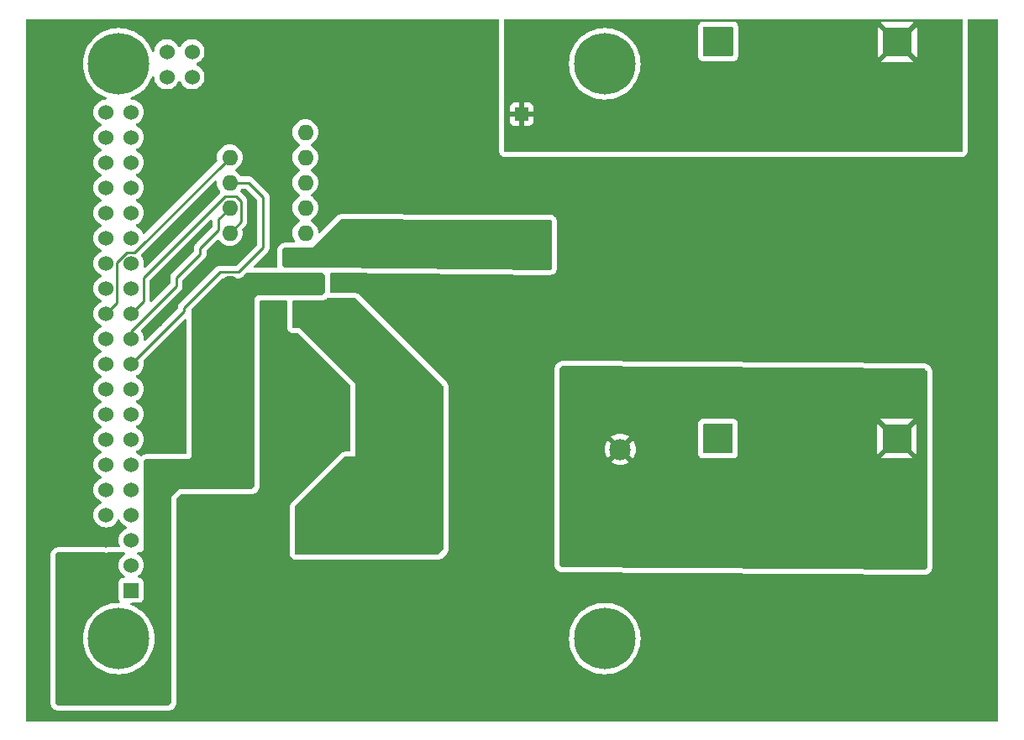
<source format=gbr>
%TF.GenerationSoftware,KiCad,Pcbnew,(7.0.0)*%
%TF.CreationDate,2023-04-04T12:28:07-04:00*%
%TF.ProjectId,scm-pcb,73636d2d-7063-4622-9e6b-696361645f70,2*%
%TF.SameCoordinates,Original*%
%TF.FileFunction,Copper,L1,Top*%
%TF.FilePolarity,Positive*%
%FSLAX46Y46*%
G04 Gerber Fmt 4.6, Leading zero omitted, Abs format (unit mm)*
G04 Created by KiCad (PCBNEW (7.0.0)) date 2023-04-04 12:28:07*
%MOMM*%
%LPD*%
G01*
G04 APERTURE LIST*
%TA.AperFunction,ComponentPad*%
%ADD10R,1.524000X1.524000*%
%TD*%
%TA.AperFunction,ComponentPad*%
%ADD11C,1.524000*%
%TD*%
%TA.AperFunction,ComponentPad*%
%ADD12C,6.200000*%
%TD*%
%TA.AperFunction,ComponentPad*%
%ADD13R,1.447800X1.447800*%
%TD*%
%TA.AperFunction,ComponentPad*%
%ADD14C,1.447800*%
%TD*%
%TA.AperFunction,ComponentPad*%
%ADD15C,1.752600*%
%TD*%
%TA.AperFunction,ComponentPad*%
%ADD16R,1.574800X1.574800*%
%TD*%
%TA.AperFunction,ComponentPad*%
%ADD17C,1.574800*%
%TD*%
%TA.AperFunction,ComponentPad*%
%ADD18R,1.600000X1.600000*%
%TD*%
%TA.AperFunction,ComponentPad*%
%ADD19O,1.600000X1.600000*%
%TD*%
%TA.AperFunction,ComponentPad*%
%ADD20R,3.000000X3.000000*%
%TD*%
%TA.AperFunction,ComponentPad*%
%ADD21R,1.371600X1.371600*%
%TD*%
%TA.AperFunction,ComponentPad*%
%ADD22C,1.371600*%
%TD*%
%TA.AperFunction,ComponentPad*%
%ADD23R,2.159000X2.159000*%
%TD*%
%TA.AperFunction,ComponentPad*%
%ADD24C,2.159000*%
%TD*%
%TA.AperFunction,ViaPad*%
%ADD25C,0.800000*%
%TD*%
%TA.AperFunction,Conductor*%
%ADD26C,0.250000*%
%TD*%
G04 APERTURE END LIST*
D10*
%TO.P,J1,1,3V3*%
%TO.N,unconnected-(J1-3V3-Pad1)*%
X105431999Y-120947999D03*
D11*
%TO.P,J1,2,5V*%
%TO.N,Net-(#FLG03-pwr)*%
X102892000Y-120948000D03*
%TO.P,J1,3,SDA/GPIO2*%
%TO.N,unconnected-(J1-SDA{slash}GPIO2-Pad3)*%
X105432000Y-118408000D03*
%TO.P,J1,4,5V*%
%TO.N,Net-(#FLG03-pwr)*%
X102892000Y-118408000D03*
%TO.P,J1,5,SCL/GPIO3*%
%TO.N,unconnected-(J1-SCL{slash}GPIO3-Pad5)*%
X105432000Y-115868000D03*
%TO.P,J1,6,GND*%
%TO.N,GND*%
X102892000Y-115868000D03*
%TO.P,J1,7,GCLK0/GPIO4*%
%TO.N,unconnected-(J1-GCLK0{slash}GPIO4-Pad7)*%
X105432000Y-113328000D03*
%TO.P,J1,8,GPIO14/TXD*%
%TO.N,unconnected-(J1-GPIO14{slash}TXD-Pad8)*%
X102892000Y-113328000D03*
%TO.P,J1,9,GND*%
%TO.N,unconnected-(J1-GND-Pad9)*%
X105432000Y-110788000D03*
%TO.P,J1,10,GPIO15/RXD*%
%TO.N,unconnected-(J1-GPIO15{slash}RXD-Pad10)*%
X102892000Y-110788000D03*
%TO.P,J1,11,GPIO17*%
%TO.N,unconnected-(J1-GPIO17-Pad11)*%
X105432000Y-108248000D03*
%TO.P,J1,12,GPIO18/PWM0*%
%TO.N,unconnected-(J1-GPIO18{slash}PWM0-Pad12)*%
X102892000Y-108248000D03*
%TO.P,J1,13,GPIO27*%
%TO.N,unconnected-(J1-GPIO27-Pad13)*%
X105432000Y-105708000D03*
%TO.P,J1,14,GND*%
%TO.N,unconnected-(J1-GND-Pad14)*%
X102892000Y-105708000D03*
%TO.P,J1,15,GPIO22*%
%TO.N,unconnected-(J1-GPIO22-Pad15)*%
X105432000Y-103168000D03*
%TO.P,J1,16,GPIO23*%
%TO.N,unconnected-(J1-GPIO23-Pad16)*%
X102892000Y-103168000D03*
%TO.P,J1,17,3V3*%
%TO.N,unconnected-(J1-3V3-Pad17)*%
X105432000Y-100628000D03*
%TO.P,J1,18,GPIO24*%
%TO.N,unconnected-(J1-GPIO24-Pad18)*%
X102892000Y-100628000D03*
%TO.P,J1,19,MOSI0/GPIO10*%
%TO.N,Net-(J1-MOSI0{slash}GPIO10)*%
X105432000Y-98088000D03*
%TO.P,J1,20,GND*%
%TO.N,unconnected-(J1-GND-Pad20)*%
X102892000Y-98088000D03*
%TO.P,J1,21,MISO0/GPIO9*%
%TO.N,Net-(J1-MISO0{slash}GPIO9)*%
X105432000Y-95548000D03*
%TO.P,J1,22,GPIO25*%
%TO.N,unconnected-(J1-GPIO25-Pad22)*%
X102892000Y-95548000D03*
%TO.P,J1,23,SCLK0/GPIO11*%
%TO.N,Net-(J1-SCLK0{slash}GPIO11)*%
X105432000Y-93008000D03*
%TO.P,J1,24,~{CE0}/GPIO8*%
%TO.N,Net-(J1-~{CE0}{slash}GPIO8)*%
X102892000Y-93008000D03*
%TO.P,J1,25,GND*%
%TO.N,unconnected-(J1-GND-Pad25)*%
X105432000Y-90468000D03*
%TO.P,J1,26,~{CE1}/GPIO7*%
%TO.N,unconnected-(J1-~{CE1}{slash}GPIO7-Pad26)*%
X102892000Y-90468000D03*
%TO.P,J1,27,ID_SD/GPIO0*%
%TO.N,unconnected-(J1-ID_SD{slash}GPIO0-Pad27)*%
X105432000Y-87928000D03*
%TO.P,J1,28,ID_SC/GPIO1*%
%TO.N,unconnected-(J1-ID_SC{slash}GPIO1-Pad28)*%
X102892000Y-87928000D03*
%TO.P,J1,29,GCLK1/GPIO5*%
%TO.N,unconnected-(J1-GCLK1{slash}GPIO5-Pad29)*%
X105432000Y-85388000D03*
%TO.P,J1,30,GND*%
%TO.N,unconnected-(J1-GND-Pad30)*%
X102892000Y-85388000D03*
%TO.P,J1,31,GCLK2/GPIO6*%
%TO.N,unconnected-(J1-GCLK2{slash}GPIO6-Pad31)*%
X105432000Y-82848000D03*
%TO.P,J1,32,PWM0/GPIO12*%
%TO.N,unconnected-(J1-PWM0{slash}GPIO12-Pad32)*%
X102892000Y-82848000D03*
%TO.P,J1,33,PWM1/GPIO13*%
%TO.N,unconnected-(J1-PWM1{slash}GPIO13-Pad33)*%
X105432000Y-80308000D03*
%TO.P,J1,34,GND*%
%TO.N,unconnected-(J1-GND-Pad34)*%
X102892000Y-80308000D03*
%TO.P,J1,35,GPIO19/MISO1*%
%TO.N,unconnected-(J1-GPIO19{slash}MISO1-Pad35)*%
X105432000Y-77768000D03*
%TO.P,J1,36,GPIO16*%
%TO.N,unconnected-(J1-GPIO16-Pad36)*%
X102892000Y-77768000D03*
%TO.P,J1,37,GPIO26*%
%TO.N,unconnected-(J1-GPIO26-Pad37)*%
X105432000Y-75228000D03*
%TO.P,J1,38,GPIO20/MOSI1*%
%TO.N,unconnected-(J1-GPIO20{slash}MOSI1-Pad38)*%
X102892000Y-75228000D03*
%TO.P,J1,39,GND*%
%TO.N,unconnected-(J1-GND-Pad39)*%
X105432000Y-72688000D03*
%TO.P,J1,40,GPIO21/SCLK1*%
%TO.N,unconnected-(J1-GPIO21{slash}SCLK1-Pad40)*%
X102892000Y-72688000D03*
%TO.P,J1,41*%
%TO.N,N/C*%
X111555000Y-66588000D03*
%TO.P,J1,42*%
X109015000Y-66588000D03*
%TO.P,J1,43*%
X111555000Y-69128000D03*
%TO.P,J1,44*%
X109015000Y-69128000D03*
D12*
%TO.P,J1,S1*%
X104162000Y-125818000D03*
%TO.P,J1,S2*%
X104162000Y-67818000D03*
%TO.P,J1,S3*%
X153162000Y-67818000D03*
%TO.P,J1,S4*%
X153162000Y-125818000D03*
%TD*%
D13*
%TO.P,R3,1*%
%TO.N,GND*%
X131317999Y-72548949D03*
D14*
%TO.P,R3,2*%
%TO.N,Net-(U2-CH2)*%
X131318000Y-85502950D03*
%TD*%
D15*
%TO.P,C1,1*%
%TO.N,GND*%
X128858000Y-127054001D03*
%TO.P,C1,2*%
%TO.N,Net-(D1-K)*%
X133858000Y-114554000D03*
%TO.P,C1,3*%
X123858000Y-114554000D03*
%TD*%
D16*
%TO.P,R1,1*%
%TO.N,Net-(D1-K)*%
X130352599Y-106719999D03*
D17*
%TO.P,R1,2*%
%TO.N,Net-(#FLG03-pwr)*%
X112852000Y-106720000D03*
%TD*%
D18*
%TO.P,U2,1,CH0*%
%TO.N,Net-(D1-K)*%
X122984999Y-92495999D03*
D19*
%TO.P,U2,2,CH1*%
%TO.N,Net-(#FLG03-pwr)*%
X122984999Y-89955999D03*
%TO.P,U2,3,CH2*%
%TO.N,Net-(U2-CH2)*%
X122984999Y-87415999D03*
%TO.P,U2,4,CH3*%
%TO.N,unconnected-(U2-CH3-Pad4)*%
X122984999Y-84875999D03*
%TO.P,U2,5,CH4*%
%TO.N,unconnected-(U2-CH4-Pad5)*%
X122984999Y-82335999D03*
%TO.P,U2,6,CH5*%
%TO.N,unconnected-(U2-CH5-Pad6)*%
X122984999Y-79795999D03*
%TO.P,U2,7,CH6*%
%TO.N,unconnected-(U2-CH6-Pad7)*%
X122984999Y-77255999D03*
%TO.P,U2,8,CH7*%
%TO.N,unconnected-(U2-CH7-Pad8)*%
X122984999Y-74715999D03*
%TO.P,U2,9,DGND*%
%TO.N,GND*%
X115364999Y-74715999D03*
%TO.P,U2,10,~{CS}/SHDN*%
%TO.N,Net-(J1-~{CE0}{slash}GPIO8)*%
X115364999Y-77255999D03*
%TO.P,U2,11,Din*%
%TO.N,Net-(J1-MOSI0{slash}GPIO10)*%
X115364999Y-79795999D03*
%TO.P,U2,12,Dout*%
%TO.N,Net-(J1-MISO0{slash}GPIO9)*%
X115364999Y-82335999D03*
%TO.P,U2,13,CLK*%
%TO.N,Net-(J1-SCLK0{slash}GPIO11)*%
X115364999Y-84875999D03*
%TO.P,U2,14,AGND*%
%TO.N,GND*%
X115364999Y-87415999D03*
%TO.P,U2,15,Vref*%
%TO.N,Net-(#FLG03-pwr)*%
X115364999Y-89955999D03*
%TO.P,U2,16,Vdd*%
X115364999Y-92495999D03*
%TD*%
D20*
%TO.P,REF\u002A\u002A,1*%
%TO.N,GND*%
X164566599Y-105640599D03*
%TO.P,REF\u002A\u002A,2*%
%TO.N,+6V*%
X182600599Y-105640599D03*
%TO.P,REF\u002A\u002A,3*%
%TO.N,GND*%
X164591999Y-65559399D03*
%TO.P,REF\u002A\u002A,4*%
%TO.N,+20V*%
X182651399Y-65610199D03*
%TD*%
D21*
%TO.P,R2,1*%
%TO.N,+20V*%
X144779999Y-72897999D03*
D22*
%TO.P,R2,2*%
%TO.N,Net-(U2-CH2)*%
X144780000Y-84582000D03*
%TD*%
D23*
%TO.P,D1,1,K*%
%TO.N,Net-(D1-K)*%
X134656749Y-106719999D03*
D24*
%TO.P,D1,2,A*%
%TO.N,+6V*%
X154722750Y-106720000D03*
%TD*%
D25*
%TO.N,GND*%
X110490000Y-86995000D03*
X107950000Y-89535000D03*
X108204000Y-93980000D03*
X131318000Y-67818000D03*
X158750000Y-90932000D03*
X97790000Y-80772000D03*
X154432000Y-80772000D03*
X97790000Y-83312000D03*
X108712000Y-103124000D03*
X121920000Y-70358000D03*
X181610000Y-130810000D03*
X191008000Y-78486000D03*
X97790000Y-73152000D03*
X158750000Y-85852000D03*
X172212000Y-125730000D03*
X191008000Y-87376000D03*
X96266000Y-123698000D03*
X96266000Y-121158000D03*
X158750000Y-83312000D03*
X163068000Y-130810000D03*
X190754000Y-90932000D03*
X186436000Y-78486000D03*
X186436000Y-96012000D03*
X121920000Y-67818000D03*
X181610000Y-120650000D03*
X158496000Y-123190000D03*
X108712000Y-105664000D03*
X191008000Y-81026000D03*
X97790000Y-68072000D03*
X97790000Y-101092000D03*
X190754000Y-109982000D03*
X190754000Y-115062000D03*
X190754000Y-104902000D03*
X190754000Y-117602000D03*
X167640000Y-120650000D03*
X153924000Y-130810000D03*
X119888000Y-99822000D03*
X97790000Y-111252000D03*
X177038000Y-120650000D03*
X140462000Y-67818000D03*
X154432000Y-93472000D03*
X140716000Y-93726000D03*
X150114000Y-78232000D03*
X153924000Y-120650000D03*
X122682000Y-99822000D03*
X150368000Y-85852000D03*
X154432000Y-83312000D03*
X186182000Y-125730000D03*
X125730000Y-102362000D03*
X97790000Y-93472000D03*
X108712000Y-76200000D03*
X190754000Y-130810000D03*
X112014000Y-82296000D03*
X97790000Y-75692000D03*
X135890000Y-67818000D03*
X126492000Y-67818000D03*
X135890000Y-73406000D03*
X96266000Y-118618000D03*
X97790000Y-98552000D03*
X177038000Y-130810000D03*
X177038000Y-125730000D03*
X126492000Y-65278000D03*
X96266000Y-128778000D03*
X126492000Y-78232000D03*
X186436000Y-93472000D03*
X135890000Y-75692000D03*
X190754000Y-107442000D03*
X96266000Y-126238000D03*
X150368000Y-91186000D03*
X135890000Y-70358000D03*
X190754000Y-112522000D03*
X150622000Y-93472000D03*
X117348000Y-67818000D03*
X142494000Y-111506000D03*
X133096000Y-92710000D03*
X190754000Y-96012000D03*
X131318000Y-65278000D03*
X150368000Y-83566000D03*
X186436000Y-81026000D03*
X139192000Y-111506000D03*
X167640000Y-128270000D03*
X119888000Y-97282000D03*
X186182000Y-128270000D03*
X154432000Y-78232000D03*
X140462000Y-78232000D03*
X172212000Y-123190000D03*
X97790000Y-106172000D03*
X97790000Y-70612000D03*
X167640000Y-125730000D03*
X181610000Y-128270000D03*
X135890000Y-65278000D03*
X186182000Y-130810000D03*
X191008000Y-65786000D03*
X97790000Y-65532000D03*
X97790000Y-108712000D03*
X163068000Y-123190000D03*
X158496000Y-130810000D03*
X136398000Y-93726000D03*
X167640000Y-130810000D03*
X140716000Y-91186000D03*
X191008000Y-70866000D03*
X154432000Y-88392000D03*
X190754000Y-99822000D03*
X181610000Y-123190000D03*
X163068000Y-120650000D03*
X190754000Y-128270000D03*
X154432000Y-85852000D03*
X108712000Y-100584000D03*
X136398000Y-96266000D03*
X97790000Y-90932000D03*
X126492000Y-75692000D03*
X190754000Y-102362000D03*
X140462000Y-75692000D03*
X172212000Y-128270000D03*
X190754000Y-123190000D03*
X177038000Y-128270000D03*
X135890000Y-80772000D03*
X125730000Y-99822000D03*
X97790000Y-78232000D03*
X97790000Y-103632000D03*
X131318000Y-70358000D03*
X191008000Y-75946000D03*
X172212000Y-120650000D03*
X190754000Y-120650000D03*
X186436000Y-90932000D03*
X136398000Y-91186000D03*
X140462000Y-73152000D03*
X126492000Y-80772000D03*
X158496000Y-125730000D03*
X191008000Y-68326000D03*
X163068000Y-128270000D03*
X112014000Y-73660000D03*
X146050000Y-111506000D03*
X177038000Y-123190000D03*
X108712000Y-78740000D03*
X112014000Y-76200000D03*
X186182000Y-123190000D03*
X145034000Y-91186000D03*
X190754000Y-125730000D03*
X154432000Y-90932000D03*
X140462000Y-70358000D03*
X131318000Y-89916000D03*
X191008000Y-84328000D03*
X108712000Y-81280000D03*
X97790000Y-113792000D03*
X158496000Y-128270000D03*
X117348000Y-65278000D03*
X96266000Y-131318000D03*
X158750000Y-80772000D03*
X140462000Y-80772000D03*
X140716000Y-99060000D03*
X127000000Y-89916000D03*
X145034000Y-96266000D03*
X172212000Y-130810000D03*
X190754000Y-93472000D03*
X126492000Y-73152000D03*
X97790000Y-85852000D03*
X150368000Y-88392000D03*
X121920000Y-65278000D03*
X186182000Y-120650000D03*
X158750000Y-88392000D03*
X163068000Y-125730000D03*
X145034000Y-93726000D03*
X108712000Y-73660000D03*
X181610000Y-125730000D03*
X97790000Y-88392000D03*
X126492000Y-70358000D03*
X167640000Y-123190000D03*
X191008000Y-73406000D03*
X135890000Y-78232000D03*
X117348000Y-70358000D03*
X158750000Y-93472000D03*
X158750000Y-78232000D03*
X112014000Y-78740000D03*
X149352000Y-120650000D03*
X122682000Y-97282000D03*
X119888000Y-110998000D03*
X158496000Y-120650000D03*
X108712000Y-98044000D03*
X145034000Y-99060000D03*
X158750000Y-96012000D03*
X154432000Y-96012000D03*
X150368000Y-80772000D03*
X140716000Y-96266000D03*
X108712000Y-85598000D03*
X97790000Y-96012000D03*
%TD*%
D26*
%TO.N,Net-(J1-MOSI0{slash}GPIO10)*%
X114369000Y-88831000D02*
X116274000Y-88831000D01*
X118745000Y-81280000D02*
X117261000Y-79796000D01*
X117261000Y-79796000D02*
X115365000Y-79796000D01*
X116274000Y-88831000D02*
X118745000Y-86360000D01*
X110744000Y-92456000D02*
X114369000Y-88831000D01*
X118745000Y-86360000D02*
X118745000Y-81280000D01*
X110744000Y-92776000D02*
X110744000Y-92456000D01*
X105432000Y-98088000D02*
X110744000Y-92776000D01*
%TO.N,Net-(J1-MISO0{slash}GPIO9)*%
X114240000Y-83461000D02*
X114240000Y-84578500D01*
X112395000Y-86995000D02*
X109982000Y-89408000D01*
X109982000Y-90233500D02*
X105432000Y-94783500D01*
X109982000Y-89408000D02*
X109982000Y-90233500D01*
X105432000Y-94783500D02*
X105432000Y-95548000D01*
X115365000Y-82336000D02*
X114240000Y-83461000D01*
X114240000Y-84578500D02*
X112395000Y-86423500D01*
X112395000Y-86423500D02*
X112395000Y-86995000D01*
%TO.N,Net-(J1-SCLK0{slash}GPIO11)*%
X116490000Y-83751000D02*
X116490000Y-81692000D01*
X106680000Y-89430009D02*
X106680000Y-91760000D01*
X114899009Y-81211000D02*
X106680000Y-89430009D01*
X106680000Y-91760000D02*
X105432000Y-93008000D01*
X116009000Y-81211000D02*
X114899009Y-81211000D01*
X116490000Y-81692000D02*
X116009000Y-81211000D01*
X115365000Y-84876000D02*
X116490000Y-83751000D01*
%TO.N,Net-(J1-~{CE0}{slash}GPIO8)*%
X104981749Y-86841000D02*
X103979000Y-87843749D01*
X103979000Y-87843749D02*
X103979000Y-91921000D01*
X103979000Y-91921000D02*
X102892000Y-93008000D01*
X115365000Y-77256000D02*
X105780000Y-86841000D01*
X105780000Y-86841000D02*
X104981749Y-86841000D01*
%TD*%
%TA.AperFunction,Conductor*%
%TO.N,Net-(D1-K)*%
G36*
X128012091Y-91449439D02*
G01*
X128052319Y-91476319D01*
X136869681Y-100293681D01*
X136896561Y-100333909D01*
X136906000Y-100381362D01*
X136906000Y-116788638D01*
X136896561Y-116836091D01*
X136869681Y-116876319D01*
X136434319Y-117311681D01*
X136394091Y-117338561D01*
X136346638Y-117348000D01*
X122044000Y-117348000D01*
X121982000Y-117331387D01*
X121936613Y-117286000D01*
X121920000Y-117224000D01*
X121920000Y-112573362D01*
X121929439Y-112525909D01*
X121956319Y-112485681D01*
X126963681Y-107478319D01*
X127003909Y-107451439D01*
X127051362Y-107442000D01*
X127999674Y-107442000D01*
X128016000Y-107442000D01*
X128016000Y-100076000D01*
X122428000Y-94488000D01*
X122415789Y-94488000D01*
X121790000Y-94488000D01*
X121728000Y-94471387D01*
X121682613Y-94426000D01*
X121666000Y-94364000D01*
X121666000Y-91815500D01*
X121682613Y-91753500D01*
X121728000Y-91708113D01*
X121790000Y-91691500D01*
X124659588Y-91691500D01*
X124662638Y-91691500D01*
X124761256Y-91681787D01*
X124808709Y-91672348D01*
X124903540Y-91643581D01*
X124990935Y-91596866D01*
X125031163Y-91569986D01*
X125107761Y-91507123D01*
X125138565Y-91476319D01*
X125178793Y-91449439D01*
X125226246Y-91440000D01*
X127964638Y-91440000D01*
X128012091Y-91449439D01*
G37*
%TD.AperFunction*%
%TD*%
%TA.AperFunction,Conductor*%
%TO.N,+20V*%
G36*
X189168000Y-63303113D02*
G01*
X189213387Y-63348500D01*
X189230000Y-63410500D01*
X189230000Y-76584000D01*
X189213387Y-76646000D01*
X189168000Y-76691387D01*
X189106000Y-76708000D01*
X143126000Y-76708000D01*
X143064000Y-76691387D01*
X143018613Y-76646000D01*
X143002000Y-76584000D01*
X143002000Y-73628318D01*
X143594200Y-73628318D01*
X143594553Y-73634914D01*
X143599773Y-73683467D01*
X143603311Y-73698441D01*
X143647747Y-73817577D01*
X143656162Y-73832989D01*
X143731698Y-73933892D01*
X143744107Y-73946301D01*
X143845010Y-74021837D01*
X143860422Y-74030252D01*
X143979558Y-74074688D01*
X143994532Y-74078226D01*
X144043085Y-74083446D01*
X144049682Y-74083800D01*
X144513674Y-74083800D01*
X144526549Y-74080349D01*
X144530000Y-74067474D01*
X145030000Y-74067474D01*
X145033450Y-74080349D01*
X145046326Y-74083800D01*
X145510318Y-74083800D01*
X145516914Y-74083446D01*
X145565467Y-74078226D01*
X145580441Y-74074688D01*
X145699577Y-74030252D01*
X145714989Y-74021837D01*
X145815892Y-73946301D01*
X145828301Y-73933892D01*
X145903837Y-73832989D01*
X145912252Y-73817577D01*
X145956688Y-73698441D01*
X145960226Y-73683467D01*
X145965446Y-73634914D01*
X145965800Y-73628318D01*
X145965800Y-73164326D01*
X145962349Y-73151450D01*
X145949474Y-73148000D01*
X145046326Y-73148000D01*
X145033450Y-73151450D01*
X145030000Y-73164326D01*
X145030000Y-74067474D01*
X144530000Y-74067474D01*
X144530000Y-73164326D01*
X144526549Y-73151450D01*
X144513674Y-73148000D01*
X143610526Y-73148000D01*
X143597650Y-73151450D01*
X143594200Y-73164326D01*
X143594200Y-73628318D01*
X143002000Y-73628318D01*
X143002000Y-72631674D01*
X143594200Y-72631674D01*
X143597650Y-72644549D01*
X143610526Y-72648000D01*
X144513674Y-72648000D01*
X144526549Y-72644549D01*
X144530000Y-72631674D01*
X145030000Y-72631674D01*
X145033450Y-72644549D01*
X145046326Y-72648000D01*
X145949474Y-72648000D01*
X145962349Y-72644549D01*
X145965800Y-72631674D01*
X145965800Y-72167682D01*
X145965446Y-72161085D01*
X145960226Y-72112532D01*
X145956688Y-72097558D01*
X145912252Y-71978422D01*
X145903837Y-71963010D01*
X145828301Y-71862107D01*
X145815892Y-71849698D01*
X145714989Y-71774162D01*
X145699577Y-71765747D01*
X145580441Y-71721311D01*
X145565467Y-71717773D01*
X145516914Y-71712553D01*
X145510318Y-71712200D01*
X145046326Y-71712200D01*
X145033450Y-71715650D01*
X145030000Y-71728526D01*
X145030000Y-72631674D01*
X144530000Y-72631674D01*
X144530000Y-71728526D01*
X144526549Y-71715650D01*
X144513674Y-71712200D01*
X144049682Y-71712200D01*
X144043085Y-71712553D01*
X143994532Y-71717773D01*
X143979558Y-71721311D01*
X143860422Y-71765747D01*
X143845010Y-71774162D01*
X143744107Y-71849698D01*
X143731698Y-71862107D01*
X143656162Y-71963010D01*
X143647747Y-71978422D01*
X143603311Y-72097558D01*
X143599773Y-72112532D01*
X143594553Y-72161085D01*
X143594200Y-72167682D01*
X143594200Y-72631674D01*
X143002000Y-72631674D01*
X143002000Y-67818000D01*
X149556559Y-67818000D01*
X149576310Y-68194871D01*
X149576815Y-68198064D01*
X149576817Y-68198076D01*
X149634838Y-68564404D01*
X149634840Y-68564417D01*
X149635347Y-68567613D01*
X149733022Y-68932143D01*
X149868266Y-69284465D01*
X149869735Y-69287348D01*
X149869739Y-69287357D01*
X150038122Y-69617827D01*
X150039597Y-69620721D01*
X150245137Y-69937225D01*
X150482635Y-70230511D01*
X150749489Y-70497365D01*
X151042775Y-70734863D01*
X151359279Y-70940403D01*
X151695535Y-71111734D01*
X152047857Y-71246978D01*
X152412387Y-71344653D01*
X152785129Y-71403690D01*
X153162000Y-71423441D01*
X153538871Y-71403690D01*
X153911613Y-71344653D01*
X154276143Y-71246978D01*
X154628465Y-71111734D01*
X154964721Y-70940403D01*
X155281225Y-70734863D01*
X155574511Y-70497365D01*
X155841365Y-70230511D01*
X156078863Y-69937225D01*
X156284403Y-69620721D01*
X156455734Y-69284465D01*
X156590978Y-68932143D01*
X156688653Y-68567613D01*
X156747690Y-68194871D01*
X156767441Y-67818000D01*
X156755691Y-67593804D01*
X181025371Y-67593804D01*
X181034822Y-67600365D01*
X181036758Y-67601088D01*
X181051732Y-67604626D01*
X181100285Y-67609846D01*
X181106882Y-67610200D01*
X184195918Y-67610200D01*
X184202514Y-67609846D01*
X184251062Y-67604627D01*
X184266047Y-67601085D01*
X184267977Y-67600365D01*
X184277427Y-67593804D01*
X184271557Y-67583910D01*
X182662942Y-65975295D01*
X182651400Y-65968631D01*
X182639857Y-65975295D01*
X181031241Y-67583910D01*
X181025371Y-67593804D01*
X156755691Y-67593804D01*
X156747690Y-67441129D01*
X156694290Y-67103978D01*
X162591500Y-67103978D01*
X162591501Y-67107272D01*
X162591853Y-67110550D01*
X162591854Y-67110561D01*
X162597079Y-67159168D01*
X162597080Y-67159173D01*
X162597909Y-67166883D01*
X162600619Y-67174149D01*
X162600620Y-67174153D01*
X162634217Y-67264231D01*
X162648204Y-67301731D01*
X162734454Y-67416946D01*
X162849669Y-67503196D01*
X162984517Y-67553491D01*
X163044127Y-67559900D01*
X166139872Y-67559899D01*
X166199483Y-67553491D01*
X166334331Y-67503196D01*
X166449546Y-67416946D01*
X166535796Y-67301731D01*
X166586091Y-67166883D01*
X166587399Y-67154718D01*
X180651400Y-67154718D01*
X180651753Y-67161314D01*
X180656972Y-67209864D01*
X180660512Y-67224844D01*
X180661233Y-67226776D01*
X180667794Y-67236227D01*
X180677690Y-67230355D01*
X182286304Y-65621742D01*
X182292968Y-65610200D01*
X183009831Y-65610200D01*
X183016495Y-65621742D01*
X184625110Y-67230357D01*
X184635004Y-67236227D01*
X184641565Y-67226777D01*
X184642285Y-67224847D01*
X184645827Y-67209862D01*
X184651046Y-67161314D01*
X184651400Y-67154718D01*
X184651400Y-64065682D01*
X184651046Y-64059085D01*
X184645826Y-64010532D01*
X184642288Y-63995558D01*
X184641565Y-63993622D01*
X184635004Y-63984171D01*
X184625110Y-63990041D01*
X183016495Y-65598657D01*
X183009831Y-65610200D01*
X182292968Y-65610200D01*
X182286304Y-65598657D01*
X180677690Y-63990043D01*
X180667794Y-63984172D01*
X180661233Y-63993623D01*
X180660512Y-63995556D01*
X180656973Y-64010532D01*
X180651753Y-64059085D01*
X180651400Y-64065682D01*
X180651400Y-67154718D01*
X166587399Y-67154718D01*
X166592500Y-67107273D01*
X166592499Y-64011528D01*
X166586091Y-63951917D01*
X166535796Y-63817069D01*
X166449546Y-63701854D01*
X166349012Y-63626594D01*
X181025372Y-63626594D01*
X181031243Y-63636490D01*
X182639857Y-65245104D01*
X182651400Y-65251768D01*
X182662942Y-65245104D01*
X184271555Y-63636490D01*
X184277427Y-63626594D01*
X184267976Y-63620033D01*
X184266044Y-63619312D01*
X184251064Y-63615772D01*
X184202514Y-63610553D01*
X184195918Y-63610200D01*
X181106882Y-63610200D01*
X181100285Y-63610553D01*
X181051732Y-63615773D01*
X181036756Y-63619312D01*
X181034823Y-63620033D01*
X181025372Y-63626594D01*
X166349012Y-63626594D01*
X166334331Y-63615604D01*
X166199483Y-63565309D01*
X166191770Y-63564479D01*
X166191767Y-63564479D01*
X166143180Y-63559255D01*
X166143169Y-63559254D01*
X166139873Y-63558900D01*
X166136550Y-63558900D01*
X163047439Y-63558900D01*
X163047420Y-63558900D01*
X163044128Y-63558901D01*
X163040850Y-63559253D01*
X163040838Y-63559254D01*
X162992231Y-63564479D01*
X162992225Y-63564480D01*
X162984517Y-63565309D01*
X162977252Y-63568018D01*
X162977246Y-63568020D01*
X162857980Y-63612504D01*
X162857978Y-63612504D01*
X162849669Y-63615604D01*
X162842572Y-63620916D01*
X162842568Y-63620919D01*
X162741550Y-63696541D01*
X162741546Y-63696544D01*
X162734454Y-63701854D01*
X162729144Y-63708946D01*
X162729141Y-63708950D01*
X162653519Y-63809968D01*
X162653516Y-63809972D01*
X162648204Y-63817069D01*
X162645104Y-63825378D01*
X162645104Y-63825380D01*
X162600620Y-63944647D01*
X162600619Y-63944650D01*
X162597909Y-63951917D01*
X162597079Y-63959627D01*
X162597079Y-63959632D01*
X162591855Y-64008219D01*
X162591854Y-64008231D01*
X162591500Y-64011527D01*
X162591500Y-64014848D01*
X162591500Y-64014849D01*
X162591500Y-67103960D01*
X162591500Y-67103978D01*
X156694290Y-67103978D01*
X156688653Y-67068387D01*
X156590978Y-66703857D01*
X156455734Y-66351535D01*
X156284403Y-66015280D01*
X156078863Y-65698775D01*
X155841365Y-65405489D01*
X155574511Y-65138635D01*
X155281225Y-64901137D01*
X154964721Y-64695597D01*
X154961833Y-64694125D01*
X154961827Y-64694122D01*
X154631357Y-64525739D01*
X154631348Y-64525735D01*
X154628465Y-64524266D01*
X154625433Y-64523102D01*
X154279166Y-64390182D01*
X154279158Y-64390179D01*
X154276143Y-64389022D01*
X154273018Y-64388184D01*
X154273013Y-64388183D01*
X153914746Y-64292186D01*
X153914737Y-64292184D01*
X153911613Y-64291347D01*
X153908417Y-64290840D01*
X153908404Y-64290838D01*
X153542076Y-64232817D01*
X153542064Y-64232815D01*
X153538871Y-64232310D01*
X153535638Y-64232140D01*
X153535633Y-64232140D01*
X153165244Y-64212729D01*
X153162000Y-64212559D01*
X153158756Y-64212729D01*
X152788366Y-64232140D01*
X152788359Y-64232140D01*
X152785129Y-64232310D01*
X152781937Y-64232815D01*
X152781923Y-64232817D01*
X152415595Y-64290838D01*
X152415578Y-64290841D01*
X152412387Y-64291347D01*
X152409266Y-64292183D01*
X152409253Y-64292186D01*
X152050986Y-64388183D01*
X152050975Y-64388186D01*
X152047857Y-64389022D01*
X152044846Y-64390177D01*
X152044833Y-64390182D01*
X151698566Y-64523102D01*
X151698557Y-64523105D01*
X151695535Y-64524266D01*
X151692658Y-64525731D01*
X151692642Y-64525739D01*
X151362173Y-64694122D01*
X151362159Y-64694129D01*
X151359280Y-64695597D01*
X151356560Y-64697363D01*
X151356552Y-64697368D01*
X151045503Y-64899365D01*
X151045497Y-64899368D01*
X151042775Y-64901137D01*
X151040255Y-64903177D01*
X151040249Y-64903182D01*
X150752007Y-65136595D01*
X150751996Y-65136604D01*
X150749489Y-65138635D01*
X150747204Y-65140919D01*
X150747194Y-65140929D01*
X150484929Y-65403194D01*
X150484919Y-65403204D01*
X150482635Y-65405489D01*
X150480604Y-65407996D01*
X150480595Y-65408007D01*
X150247182Y-65696249D01*
X150247177Y-65696255D01*
X150245137Y-65698775D01*
X150243368Y-65701497D01*
X150243365Y-65701503D01*
X150041368Y-66012552D01*
X150041363Y-66012560D01*
X150039597Y-66015280D01*
X150038129Y-66018159D01*
X150038122Y-66018173D01*
X149869739Y-66348642D01*
X149869731Y-66348658D01*
X149868266Y-66351535D01*
X149867105Y-66354557D01*
X149867102Y-66354566D01*
X149734182Y-66700833D01*
X149734177Y-66700846D01*
X149733022Y-66703857D01*
X149732186Y-66706975D01*
X149732183Y-66706986D01*
X149636186Y-67065253D01*
X149636183Y-67065266D01*
X149635347Y-67068387D01*
X149634841Y-67071578D01*
X149634838Y-67071595D01*
X149576817Y-67437923D01*
X149576815Y-67437937D01*
X149576310Y-67441129D01*
X149576140Y-67444359D01*
X149576140Y-67444366D01*
X149567965Y-67600365D01*
X149556559Y-67818000D01*
X143002000Y-67818000D01*
X143002000Y-63410500D01*
X143018613Y-63348500D01*
X143064000Y-63303113D01*
X143126000Y-63286500D01*
X189106000Y-63286500D01*
X189168000Y-63303113D01*
G37*
%TD.AperFunction*%
%TD*%
%TA.AperFunction,Conductor*%
%TO.N,Net-(U2-CH2)*%
G36*
X139291096Y-83539592D02*
G01*
X147704384Y-83565618D01*
X147766221Y-83582358D01*
X147811451Y-83627728D01*
X147828000Y-83689617D01*
X147828000Y-88487668D01*
X147811217Y-88549961D01*
X147765412Y-88595392D01*
X147702984Y-88611664D01*
X124861662Y-88424439D01*
X124826685Y-88419104D01*
X124811636Y-88414539D01*
X124811618Y-88414534D01*
X124808709Y-88413652D01*
X124805718Y-88413057D01*
X124805714Y-88413056D01*
X124764242Y-88404807D01*
X124761256Y-88404213D01*
X124754532Y-88403550D01*
X124665672Y-88394798D01*
X124665655Y-88394797D01*
X124662638Y-88394500D01*
X121209527Y-88394500D01*
X121208511Y-88394496D01*
X120954766Y-88392416D01*
X120907860Y-88382786D01*
X120868101Y-88356101D01*
X120686319Y-88174319D01*
X120659439Y-88134091D01*
X120650000Y-88086638D01*
X120650000Y-86665362D01*
X120659439Y-86617909D01*
X120686319Y-86577681D01*
X120867681Y-86396319D01*
X120907909Y-86369439D01*
X120955362Y-86360000D01*
X123685789Y-86360000D01*
X123698000Y-86360000D01*
X126521320Y-83536679D01*
X126561722Y-83509729D01*
X126609379Y-83500364D01*
X139291096Y-83539592D01*
G37*
%TD.AperFunction*%
%TD*%
%TA.AperFunction,Conductor*%
%TO.N,+6V*%
G36*
X185371795Y-98569060D02*
G01*
X185416761Y-98577837D01*
X185455472Y-98602343D01*
X185634541Y-98769225D01*
X185663709Y-98810476D01*
X185674001Y-98859938D01*
X185674118Y-118568779D01*
X185665371Y-118614527D01*
X185640363Y-118653821D01*
X185457071Y-118848329D01*
X185415583Y-118877300D01*
X185365977Y-118887285D01*
X148897400Y-118637501D01*
X148848322Y-118627009D01*
X148807425Y-118597925D01*
X148623171Y-118399688D01*
X148598591Y-118360625D01*
X148590000Y-118315273D01*
X148590000Y-108002472D01*
X153797366Y-108002472D01*
X153805343Y-108010293D01*
X153999296Y-108129147D01*
X154007959Y-108133561D01*
X154228647Y-108224974D01*
X154237884Y-108227976D01*
X154470164Y-108283741D01*
X154479749Y-108285259D01*
X154717896Y-108304002D01*
X154727604Y-108304002D01*
X154965750Y-108285259D01*
X154975335Y-108283741D01*
X155207615Y-108227976D01*
X155216852Y-108224974D01*
X155437540Y-108133561D01*
X155446203Y-108129147D01*
X155640155Y-108010293D01*
X155648132Y-108002472D01*
X155642201Y-107993004D01*
X154734292Y-107085095D01*
X154722749Y-107078431D01*
X154711207Y-107085095D01*
X153803297Y-107993004D01*
X153797366Y-108002472D01*
X148590000Y-108002472D01*
X148590000Y-106724854D01*
X153138748Y-106724854D01*
X153157490Y-106963000D01*
X153159008Y-106972585D01*
X153214773Y-107204865D01*
X153217775Y-107214102D01*
X153309191Y-107434798D01*
X153313594Y-107443441D01*
X153432457Y-107637408D01*
X153440276Y-107645382D01*
X153449744Y-107639451D01*
X154357654Y-106731542D01*
X154364318Y-106720000D01*
X155081181Y-106720000D01*
X155087845Y-106731542D01*
X155995754Y-107639451D01*
X156005222Y-107645382D01*
X156013043Y-107637405D01*
X156131897Y-107443453D01*
X156136311Y-107434790D01*
X156227724Y-107214102D01*
X156230726Y-107204865D01*
X156235452Y-107185178D01*
X162566100Y-107185178D01*
X162566101Y-107188472D01*
X162566453Y-107191750D01*
X162566454Y-107191761D01*
X162571679Y-107240368D01*
X162571680Y-107240373D01*
X162572509Y-107248083D01*
X162575219Y-107255349D01*
X162575220Y-107255353D01*
X162577235Y-107260755D01*
X162622804Y-107382931D01*
X162709054Y-107498146D01*
X162824269Y-107584396D01*
X162959117Y-107634691D01*
X163018727Y-107641100D01*
X166114472Y-107641099D01*
X166174083Y-107634691D01*
X166202200Y-107624204D01*
X180974571Y-107624204D01*
X180984022Y-107630765D01*
X180985958Y-107631488D01*
X181000932Y-107635026D01*
X181049485Y-107640246D01*
X181056082Y-107640600D01*
X184145118Y-107640600D01*
X184151714Y-107640246D01*
X184200262Y-107635027D01*
X184215247Y-107631485D01*
X184217177Y-107630765D01*
X184226627Y-107624204D01*
X184220757Y-107614310D01*
X182612142Y-106005695D01*
X182600600Y-105999031D01*
X182589057Y-106005695D01*
X180980441Y-107614310D01*
X180974571Y-107624204D01*
X166202200Y-107624204D01*
X166308931Y-107584396D01*
X166424146Y-107498146D01*
X166510396Y-107382931D01*
X166560691Y-107248083D01*
X166567100Y-107188473D01*
X166567100Y-107185118D01*
X180600600Y-107185118D01*
X180600953Y-107191714D01*
X180606172Y-107240264D01*
X180609712Y-107255244D01*
X180610433Y-107257176D01*
X180616994Y-107266627D01*
X180626890Y-107260755D01*
X182235504Y-105652142D01*
X182242168Y-105640600D01*
X182959031Y-105640600D01*
X182965695Y-105652142D01*
X184574310Y-107260757D01*
X184584204Y-107266627D01*
X184590765Y-107257177D01*
X184591485Y-107255247D01*
X184595027Y-107240262D01*
X184600246Y-107191714D01*
X184600600Y-107185118D01*
X184600600Y-104096082D01*
X184600246Y-104089485D01*
X184595026Y-104040932D01*
X184591488Y-104025958D01*
X184590765Y-104024022D01*
X184584204Y-104014571D01*
X184574310Y-104020441D01*
X182965695Y-105629057D01*
X182959031Y-105640600D01*
X182242168Y-105640600D01*
X182235504Y-105629057D01*
X180626890Y-104020443D01*
X180616994Y-104014572D01*
X180610433Y-104024023D01*
X180609712Y-104025956D01*
X180606173Y-104040932D01*
X180600953Y-104089485D01*
X180600600Y-104096082D01*
X180600600Y-107185118D01*
X166567100Y-107185118D01*
X166567099Y-104092728D01*
X166560691Y-104033117D01*
X166510396Y-103898269D01*
X166424146Y-103783054D01*
X166308931Y-103696804D01*
X166202195Y-103656994D01*
X180974572Y-103656994D01*
X180980443Y-103666890D01*
X182589057Y-105275504D01*
X182600600Y-105282168D01*
X182612142Y-105275504D01*
X184220755Y-103666890D01*
X184226627Y-103656994D01*
X184217176Y-103650433D01*
X184215244Y-103649712D01*
X184200264Y-103646172D01*
X184151714Y-103640953D01*
X184145118Y-103640600D01*
X181056082Y-103640600D01*
X181049485Y-103640953D01*
X181000932Y-103646173D01*
X180985956Y-103649712D01*
X180984023Y-103650433D01*
X180974572Y-103656994D01*
X166202195Y-103656994D01*
X166174083Y-103646509D01*
X166166370Y-103645679D01*
X166166367Y-103645679D01*
X166117780Y-103640455D01*
X166117769Y-103640454D01*
X166114473Y-103640100D01*
X166111150Y-103640100D01*
X163022039Y-103640100D01*
X163022020Y-103640100D01*
X163018728Y-103640101D01*
X163015450Y-103640453D01*
X163015438Y-103640454D01*
X162966831Y-103645679D01*
X162966825Y-103645680D01*
X162959117Y-103646509D01*
X162951852Y-103649218D01*
X162951846Y-103649220D01*
X162832580Y-103693704D01*
X162832578Y-103693704D01*
X162824269Y-103696804D01*
X162817172Y-103702116D01*
X162817168Y-103702119D01*
X162716150Y-103777741D01*
X162716146Y-103777744D01*
X162709054Y-103783054D01*
X162703744Y-103790146D01*
X162703741Y-103790150D01*
X162628119Y-103891168D01*
X162628116Y-103891172D01*
X162622804Y-103898269D01*
X162619704Y-103906578D01*
X162619704Y-103906580D01*
X162575220Y-104025847D01*
X162575219Y-104025850D01*
X162572509Y-104033117D01*
X162571679Y-104040827D01*
X162571679Y-104040832D01*
X162566455Y-104089419D01*
X162566454Y-104089431D01*
X162566100Y-104092727D01*
X162566100Y-104096048D01*
X162566100Y-104096049D01*
X162566100Y-107185160D01*
X162566100Y-107185178D01*
X156235452Y-107185178D01*
X156286491Y-106972585D01*
X156288009Y-106963000D01*
X156306752Y-106724854D01*
X156306752Y-106715146D01*
X156288009Y-106476999D01*
X156286491Y-106467414D01*
X156230726Y-106235134D01*
X156227724Y-106225897D01*
X156136311Y-106005209D01*
X156131897Y-105996546D01*
X156013043Y-105802593D01*
X156005222Y-105794616D01*
X155995754Y-105800547D01*
X155087845Y-106708457D01*
X155081181Y-106720000D01*
X154364318Y-106720000D01*
X154357654Y-106708457D01*
X153449744Y-105800547D01*
X153440276Y-105794616D01*
X153432456Y-105802592D01*
X153313597Y-105996554D01*
X153309190Y-106005202D01*
X153217775Y-106225897D01*
X153214773Y-106235134D01*
X153159008Y-106467414D01*
X153157490Y-106476999D01*
X153138748Y-106715146D01*
X153138748Y-106724854D01*
X148590000Y-106724854D01*
X148590000Y-105437526D01*
X153797366Y-105437526D01*
X153803297Y-105446994D01*
X154711207Y-106354904D01*
X154722749Y-106361568D01*
X154734292Y-106354904D01*
X155642201Y-105446994D01*
X155648132Y-105437526D01*
X155640158Y-105429707D01*
X155446191Y-105310844D01*
X155437548Y-105306441D01*
X155216852Y-105215025D01*
X155207615Y-105212023D01*
X154975335Y-105156258D01*
X154965750Y-105154740D01*
X154727604Y-105135998D01*
X154717896Y-105135998D01*
X154479749Y-105154740D01*
X154470164Y-105156258D01*
X154237884Y-105212023D01*
X154228647Y-105215025D01*
X154007952Y-105306440D01*
X153999304Y-105310847D01*
X153805342Y-105429706D01*
X153797366Y-105437526D01*
X148590000Y-105437526D01*
X148590000Y-98605956D01*
X148600298Y-98556481D01*
X148629481Y-98515223D01*
X148632367Y-98512533D01*
X148807925Y-98348999D01*
X148847427Y-98324194D01*
X148893300Y-98315738D01*
X185371795Y-98569060D01*
G37*
%TD.AperFunction*%
%TD*%
%TA.AperFunction,Conductor*%
%TO.N,GND*%
G36*
X110949385Y-93603135D02*
G01*
X110986985Y-93647158D01*
X111000500Y-93703453D01*
X111000500Y-107066500D01*
X110983887Y-107128500D01*
X110938500Y-107173887D01*
X110876500Y-107190500D01*
X106985362Y-107190500D01*
X106982345Y-107190797D01*
X106982327Y-107190798D01*
X106889769Y-107199915D01*
X106889767Y-107199915D01*
X106886744Y-107200213D01*
X106883760Y-107200806D01*
X106883757Y-107200807D01*
X106842289Y-107209055D01*
X106842276Y-107209058D01*
X106839291Y-107209652D01*
X106836376Y-107210536D01*
X106836365Y-107210539D01*
X106750294Y-107236649D01*
X106750291Y-107236649D01*
X106744460Y-107238419D01*
X106739095Y-107241286D01*
X106739087Y-107241290D01*
X106659738Y-107283704D01*
X106659719Y-107283715D01*
X106657065Y-107285134D01*
X106654560Y-107286807D01*
X106654543Y-107286818D01*
X106619364Y-107310325D01*
X106619357Y-107310329D01*
X106616837Y-107312014D01*
X106614503Y-107313928D01*
X106614482Y-107313945D01*
X106542592Y-107372945D01*
X106542581Y-107372954D01*
X106540239Y-107374877D01*
X106538097Y-107377018D01*
X106538087Y-107377028D01*
X106529957Y-107385158D01*
X106474370Y-107417248D01*
X106410184Y-107417246D01*
X106354599Y-107385153D01*
X106250449Y-107281003D01*
X106250448Y-107281002D01*
X106246620Y-107277174D01*
X106188744Y-107236649D01*
X106070096Y-107153570D01*
X106070090Y-107153566D01*
X106065662Y-107150466D01*
X106060757Y-107148178D01*
X106060754Y-107148177D01*
X105998069Y-107118947D01*
X105936808Y-107090381D01*
X105884634Y-107044625D01*
X105865214Y-106978000D01*
X105884634Y-106911375D01*
X105936808Y-106865618D01*
X106065662Y-106805534D01*
X106246620Y-106678826D01*
X106402826Y-106522620D01*
X106529534Y-106341662D01*
X106622894Y-106141450D01*
X106680070Y-105928068D01*
X106699323Y-105708000D01*
X106680070Y-105487932D01*
X106622894Y-105274550D01*
X106529534Y-105074339D01*
X106402826Y-104893380D01*
X106246620Y-104737174D01*
X106218056Y-104717173D01*
X106070096Y-104613570D01*
X106070090Y-104613566D01*
X106065662Y-104610466D01*
X106060757Y-104608178D01*
X106060754Y-104608177D01*
X106002876Y-104581188D01*
X105936808Y-104550381D01*
X105884634Y-104504625D01*
X105865214Y-104438000D01*
X105884634Y-104371375D01*
X105936808Y-104325618D01*
X106065662Y-104265534D01*
X106246620Y-104138826D01*
X106402826Y-103982620D01*
X106529534Y-103801662D01*
X106622894Y-103601450D01*
X106680070Y-103388068D01*
X106699323Y-103168000D01*
X106680070Y-102947932D01*
X106622894Y-102734550D01*
X106529534Y-102534339D01*
X106402826Y-102353380D01*
X106246620Y-102197174D01*
X106218056Y-102177173D01*
X106070096Y-102073570D01*
X106070090Y-102073566D01*
X106065662Y-102070466D01*
X106060760Y-102068180D01*
X106060758Y-102068179D01*
X105936809Y-102010381D01*
X105884633Y-101964624D01*
X105865214Y-101897998D01*
X105884634Y-101831373D01*
X105936806Y-101785620D01*
X106065662Y-101725534D01*
X106246620Y-101598826D01*
X106402826Y-101442620D01*
X106529534Y-101261662D01*
X106622894Y-101061450D01*
X106680070Y-100848068D01*
X106699323Y-100628000D01*
X106680070Y-100407932D01*
X106622894Y-100194550D01*
X106529534Y-99994339D01*
X106402826Y-99813380D01*
X106246620Y-99657174D01*
X106218056Y-99637173D01*
X106070096Y-99533570D01*
X106070090Y-99533566D01*
X106065662Y-99530466D01*
X106060757Y-99528178D01*
X106060754Y-99528177D01*
X106002876Y-99501188D01*
X105936808Y-99470381D01*
X105884634Y-99424625D01*
X105865214Y-99358000D01*
X105884634Y-99291375D01*
X105936808Y-99245618D01*
X106065662Y-99185534D01*
X106246620Y-99058826D01*
X106402826Y-98902620D01*
X106529534Y-98721662D01*
X106622894Y-98521450D01*
X106680070Y-98308068D01*
X106699323Y-98088000D01*
X106680070Y-97867932D01*
X106668292Y-97823976D01*
X106668292Y-97759790D01*
X106700384Y-97704204D01*
X110788818Y-93615772D01*
X110838182Y-93585522D01*
X110895898Y-93580980D01*
X110949385Y-93603135D01*
G37*
%TD.AperFunction*%
%TA.AperFunction,Conductor*%
G36*
X116998001Y-80430939D02*
G01*
X117038229Y-80457819D01*
X118083181Y-81502772D01*
X118110061Y-81543000D01*
X118119500Y-81590453D01*
X118119500Y-86049548D01*
X118110061Y-86097001D01*
X118083181Y-86137229D01*
X116051228Y-88169181D01*
X116011000Y-88196061D01*
X115963547Y-88205500D01*
X114446772Y-88205500D01*
X114435719Y-88204979D01*
X114428333Y-88203328D01*
X114420535Y-88203573D01*
X114361145Y-88205439D01*
X114357251Y-88205500D01*
X114329650Y-88205500D01*
X114325799Y-88205986D01*
X114325768Y-88205988D01*
X114325640Y-88206005D01*
X114314029Y-88206918D01*
X114278172Y-88208045D01*
X114278165Y-88208046D01*
X114270373Y-88208291D01*
X114262888Y-88210465D01*
X114262872Y-88210468D01*
X114251126Y-88213881D01*
X114232083Y-88217825D01*
X114219949Y-88219358D01*
X114219948Y-88219358D01*
X114212208Y-88220336D01*
X114204958Y-88223205D01*
X114204951Y-88223208D01*
X114171598Y-88236413D01*
X114160554Y-88240194D01*
X114126105Y-88250203D01*
X114126095Y-88250207D01*
X114118610Y-88252382D01*
X114111900Y-88256349D01*
X114111898Y-88256351D01*
X114108505Y-88258357D01*
X114101360Y-88262583D01*
X114083900Y-88271136D01*
X114065268Y-88278514D01*
X114058965Y-88283092D01*
X114058958Y-88283097D01*
X114029939Y-88304181D01*
X114020179Y-88310592D01*
X113989294Y-88328857D01*
X113989284Y-88328864D01*
X113982579Y-88332830D01*
X113977063Y-88338345D01*
X113977060Y-88338348D01*
X113968407Y-88347000D01*
X113953624Y-88359626D01*
X113943727Y-88366817D01*
X113943720Y-88366823D01*
X113937413Y-88371406D01*
X113932446Y-88377408D01*
X113932435Y-88377420D01*
X113909570Y-88405059D01*
X113901710Y-88413697D01*
X110356696Y-91958711D01*
X110348511Y-91966159D01*
X110342123Y-91970214D01*
X110336788Y-91975894D01*
X110336783Y-91975899D01*
X110296096Y-92019225D01*
X110293392Y-92022016D01*
X110276628Y-92038780D01*
X110276621Y-92038787D01*
X110273880Y-92041529D01*
X110271500Y-92044596D01*
X110271489Y-92044609D01*
X110271400Y-92044725D01*
X110263842Y-92053570D01*
X110239280Y-92079727D01*
X110239273Y-92079736D01*
X110233938Y-92085418D01*
X110230182Y-92092249D01*
X110230179Y-92092254D01*
X110224285Y-92102975D01*
X110213609Y-92119227D01*
X110206109Y-92128896D01*
X110206101Y-92128907D01*
X110201327Y-92135064D01*
X110198234Y-92142208D01*
X110198229Y-92142219D01*
X110183974Y-92175160D01*
X110178838Y-92185643D01*
X110174585Y-92193380D01*
X110157803Y-92223908D01*
X110155864Y-92231456D01*
X110155863Y-92231461D01*
X110152822Y-92243307D01*
X110146521Y-92261711D01*
X110141658Y-92272948D01*
X110141656Y-92272952D01*
X110138562Y-92280104D01*
X110137342Y-92287803D01*
X110137342Y-92287805D01*
X110131729Y-92323241D01*
X110129361Y-92334676D01*
X110120438Y-92369428D01*
X110120436Y-92369436D01*
X110118500Y-92376981D01*
X110118500Y-92384777D01*
X110118500Y-92397017D01*
X110116974Y-92416402D01*
X110113840Y-92436196D01*
X110114574Y-92443963D01*
X110114574Y-92443971D01*
X110115721Y-92456111D01*
X110108939Y-92509781D01*
X110079952Y-92555456D01*
X106903016Y-95732391D01*
X106851589Y-95763292D01*
X106791674Y-95766432D01*
X106737299Y-95741076D01*
X106701192Y-95693160D01*
X106691807Y-95633904D01*
X106699323Y-95548000D01*
X106680070Y-95327932D01*
X106622894Y-95114550D01*
X106529534Y-94914339D01*
X106511407Y-94888451D01*
X106447631Y-94797368D01*
X106426515Y-94744216D01*
X106431500Y-94687241D01*
X106461523Y-94638566D01*
X110369306Y-90730782D01*
X110377482Y-90723343D01*
X110383877Y-90719286D01*
X110429933Y-90670240D01*
X110432550Y-90667538D01*
X110452120Y-90647970D01*
X110454565Y-90644816D01*
X110462155Y-90635928D01*
X110492062Y-90604082D01*
X110501709Y-90586532D01*
X110512393Y-90570266D01*
X110524674Y-90554436D01*
X110542018Y-90514351D01*
X110547160Y-90503856D01*
X110568197Y-90465592D01*
X110573179Y-90446189D01*
X110579480Y-90427783D01*
X110587438Y-90409395D01*
X110594269Y-90366256D01*
X110596639Y-90354815D01*
X110605560Y-90320074D01*
X110605559Y-90320074D01*
X110607500Y-90312519D01*
X110607500Y-90292483D01*
X110609025Y-90273097D01*
X110612160Y-90253304D01*
X110608050Y-90209824D01*
X110607500Y-90198155D01*
X110607500Y-89718452D01*
X110616939Y-89670999D01*
X110643819Y-89630771D01*
X111712928Y-88561662D01*
X112782311Y-87492278D01*
X112790481Y-87484844D01*
X112796877Y-87480786D01*
X112842918Y-87431756D01*
X112845535Y-87429054D01*
X112865120Y-87409471D01*
X112867585Y-87406292D01*
X112875167Y-87397416D01*
X112905062Y-87365582D01*
X112914713Y-87348023D01*
X112925390Y-87331770D01*
X112937673Y-87315936D01*
X112955018Y-87275852D01*
X112960151Y-87265371D01*
X112981197Y-87227092D01*
X112986179Y-87207684D01*
X112992482Y-87189276D01*
X113000437Y-87170896D01*
X113007271Y-87127744D01*
X113009633Y-87116338D01*
X113020500Y-87074019D01*
X113020500Y-87053983D01*
X113022027Y-87034585D01*
X113023939Y-87022513D01*
X113023938Y-87022513D01*
X113025160Y-87014804D01*
X113021050Y-86971324D01*
X113020500Y-86959655D01*
X113020500Y-86733952D01*
X113029939Y-86686499D01*
X113056819Y-86646271D01*
X113565861Y-86137229D01*
X114105197Y-85597892D01*
X114150465Y-85569053D01*
X114203683Y-85562047D01*
X114254876Y-85578188D01*
X114294451Y-85614451D01*
X114364953Y-85715139D01*
X114525861Y-85876047D01*
X114712266Y-86006568D01*
X114918504Y-86102739D01*
X115138308Y-86161635D01*
X115365000Y-86181468D01*
X115591692Y-86161635D01*
X115811496Y-86102739D01*
X116017734Y-86006568D01*
X116204139Y-85876047D01*
X116365047Y-85715139D01*
X116495568Y-85528734D01*
X116591739Y-85322496D01*
X116650635Y-85102692D01*
X116670468Y-84876000D01*
X116650635Y-84649308D01*
X116632318Y-84580951D01*
X116632318Y-84516765D01*
X116664410Y-84461179D01*
X116877311Y-84248278D01*
X116885481Y-84240844D01*
X116891877Y-84236786D01*
X116937918Y-84187756D01*
X116940535Y-84185054D01*
X116960120Y-84165471D01*
X116962585Y-84162292D01*
X116970167Y-84153416D01*
X117000062Y-84121582D01*
X117009713Y-84104023D01*
X117020390Y-84087770D01*
X117032673Y-84071936D01*
X117050018Y-84031852D01*
X117055151Y-84021371D01*
X117076197Y-83983092D01*
X117081179Y-83963684D01*
X117087482Y-83945276D01*
X117095437Y-83926896D01*
X117102271Y-83883744D01*
X117104633Y-83872338D01*
X117115500Y-83830019D01*
X117115500Y-83809983D01*
X117117027Y-83790585D01*
X117118939Y-83778513D01*
X117118938Y-83778513D01*
X117120160Y-83770804D01*
X117116050Y-83727324D01*
X117115500Y-83715655D01*
X117115500Y-81769775D01*
X117116021Y-81758719D01*
X117117673Y-81751333D01*
X117115561Y-81684113D01*
X117115500Y-81680219D01*
X117115500Y-81656542D01*
X117115500Y-81652650D01*
X117114998Y-81648683D01*
X117114081Y-81637026D01*
X117112710Y-81593373D01*
X117107118Y-81574128D01*
X117103174Y-81555083D01*
X117100664Y-81535208D01*
X117084579Y-81494583D01*
X117080806Y-81483562D01*
X117068618Y-81441610D01*
X117058417Y-81424360D01*
X117049863Y-81406901D01*
X117042486Y-81388268D01*
X117016808Y-81352925D01*
X117010401Y-81343171D01*
X116992142Y-81312296D01*
X116992141Y-81312294D01*
X116988170Y-81305580D01*
X116974004Y-81291414D01*
X116961370Y-81276622D01*
X116949594Y-81260413D01*
X116943583Y-81255440D01*
X116943581Y-81255438D01*
X116915941Y-81232573D01*
X116907300Y-81224710D01*
X116506291Y-80823701D01*
X116498841Y-80815514D01*
X116494786Y-80809123D01*
X116445775Y-80763098D01*
X116442978Y-80760387D01*
X116426221Y-80743630D01*
X116423471Y-80740880D01*
X116423470Y-80740880D01*
X116423593Y-80740757D01*
X116390620Y-80693069D01*
X116383552Y-80633776D01*
X116405017Y-80578055D01*
X116477613Y-80474377D01*
X116521931Y-80435511D01*
X116579188Y-80421500D01*
X116950548Y-80421500D01*
X116998001Y-80430939D01*
G37*
%TD.AperFunction*%
%TA.AperFunction,Conductor*%
G36*
X113563385Y-83579142D02*
G01*
X113600985Y-83623165D01*
X113614500Y-83679460D01*
X113614500Y-84268048D01*
X113605061Y-84315501D01*
X113578181Y-84355729D01*
X112007696Y-85926211D01*
X111999511Y-85933659D01*
X111993123Y-85937714D01*
X111987788Y-85943394D01*
X111987783Y-85943399D01*
X111947096Y-85986725D01*
X111944392Y-85989516D01*
X111927628Y-86006280D01*
X111927621Y-86006287D01*
X111924880Y-86009029D01*
X111922500Y-86012096D01*
X111922489Y-86012109D01*
X111922400Y-86012225D01*
X111914842Y-86021070D01*
X111890280Y-86047227D01*
X111890273Y-86047236D01*
X111884938Y-86052918D01*
X111881182Y-86059749D01*
X111881179Y-86059754D01*
X111875285Y-86070475D01*
X111864609Y-86086727D01*
X111857109Y-86096396D01*
X111857101Y-86096407D01*
X111852327Y-86102564D01*
X111849234Y-86109708D01*
X111849229Y-86109719D01*
X111834974Y-86142660D01*
X111829838Y-86153143D01*
X111814267Y-86181468D01*
X111808803Y-86191408D01*
X111806864Y-86198956D01*
X111806863Y-86198961D01*
X111803822Y-86210807D01*
X111797521Y-86229211D01*
X111792658Y-86240448D01*
X111792656Y-86240452D01*
X111789562Y-86247604D01*
X111788342Y-86255303D01*
X111788342Y-86255305D01*
X111782729Y-86290741D01*
X111780361Y-86302176D01*
X111771438Y-86336928D01*
X111771436Y-86336936D01*
X111769500Y-86344481D01*
X111769500Y-86352277D01*
X111769500Y-86364517D01*
X111767974Y-86383902D01*
X111764840Y-86403696D01*
X111765574Y-86411461D01*
X111765574Y-86411464D01*
X111768950Y-86447176D01*
X111769500Y-86458845D01*
X111769500Y-86684547D01*
X111760061Y-86732000D01*
X111733181Y-86772228D01*
X109594696Y-88910711D01*
X109586511Y-88918159D01*
X109580123Y-88922214D01*
X109574788Y-88927894D01*
X109574783Y-88927899D01*
X109534096Y-88971225D01*
X109531392Y-88974016D01*
X109514628Y-88990780D01*
X109514621Y-88990787D01*
X109511880Y-88993529D01*
X109509500Y-88996596D01*
X109509489Y-88996609D01*
X109509400Y-88996725D01*
X109501842Y-89005570D01*
X109477280Y-89031727D01*
X109477273Y-89031736D01*
X109471938Y-89037418D01*
X109468182Y-89044249D01*
X109468179Y-89044254D01*
X109462285Y-89054975D01*
X109451609Y-89071227D01*
X109444109Y-89080896D01*
X109444101Y-89080907D01*
X109439327Y-89087064D01*
X109436234Y-89094208D01*
X109436229Y-89094219D01*
X109421974Y-89127160D01*
X109416838Y-89137643D01*
X109395803Y-89175908D01*
X109393864Y-89183456D01*
X109393863Y-89183461D01*
X109390822Y-89195307D01*
X109384521Y-89213711D01*
X109379658Y-89224948D01*
X109379656Y-89224952D01*
X109376562Y-89232104D01*
X109375342Y-89239803D01*
X109375342Y-89239805D01*
X109369729Y-89275241D01*
X109367361Y-89286676D01*
X109358438Y-89321428D01*
X109358436Y-89321436D01*
X109356500Y-89328981D01*
X109356500Y-89336777D01*
X109356500Y-89349017D01*
X109354974Y-89368402D01*
X109351840Y-89388196D01*
X109352574Y-89395961D01*
X109352574Y-89395964D01*
X109355950Y-89431676D01*
X109356500Y-89443345D01*
X109356500Y-89923048D01*
X109347061Y-89970501D01*
X109320181Y-90010729D01*
X107517301Y-91813607D01*
X107456666Y-91846940D01*
X107387610Y-91842593D01*
X107331634Y-91801918D01*
X107306169Y-91737581D01*
X107306049Y-91736310D01*
X107305500Y-91724655D01*
X107305500Y-89740461D01*
X107314939Y-89693008D01*
X107341819Y-89652780D01*
X110364243Y-86630356D01*
X113402819Y-83591778D01*
X113452182Y-83561529D01*
X113509898Y-83556987D01*
X113563385Y-83579142D01*
G37*
%TD.AperFunction*%
%TA.AperFunction,Conductor*%
G36*
X114017897Y-79644722D02*
G01*
X114054004Y-79692637D01*
X114063390Y-79751895D01*
X114060004Y-79790603D01*
X114059532Y-79796000D01*
X114060004Y-79801395D01*
X114066861Y-79879777D01*
X114079365Y-80022692D01*
X114080762Y-80027907D01*
X114080764Y-80027916D01*
X114136858Y-80237263D01*
X114136861Y-80237271D01*
X114138261Y-80242496D01*
X114234432Y-80448734D01*
X114364953Y-80635139D01*
X114368782Y-80638968D01*
X114389934Y-80660120D01*
X114422028Y-80715707D01*
X114422028Y-80779895D01*
X114389934Y-80835482D01*
X106861886Y-88363530D01*
X106806298Y-88395624D01*
X106742111Y-88395624D01*
X106686523Y-88363530D01*
X106654430Y-88307942D01*
X106654430Y-88243757D01*
X106680070Y-88148068D01*
X106699323Y-87928000D01*
X106680070Y-87707932D01*
X106622894Y-87494550D01*
X106618963Y-87486121D01*
X106593630Y-87431793D01*
X106529534Y-87294339D01*
X106458129Y-87192362D01*
X106437016Y-87139216D01*
X106442001Y-87082241D01*
X106472024Y-87033565D01*
X113852183Y-79653406D01*
X113903608Y-79622507D01*
X113963522Y-79619367D01*
X114017897Y-79644722D01*
G37*
%TD.AperFunction*%
%TA.AperFunction,Conductor*%
G36*
X165999599Y-104162213D02*
G01*
X166044986Y-104207600D01*
X166061599Y-104269600D01*
X166061599Y-107011599D01*
X166044986Y-107073599D01*
X165999599Y-107118986D01*
X165937599Y-107135599D01*
X164566599Y-107135599D01*
X163195599Y-107135599D01*
X163133600Y-107118987D01*
X163088213Y-107073600D01*
X163071600Y-107011600D01*
X163071600Y-104269601D01*
X163088213Y-104207601D01*
X163133600Y-104162214D01*
X163195600Y-104145601D01*
X164566599Y-104145600D01*
X165937599Y-104145600D01*
X165999599Y-104162213D01*
G37*
%TD.AperFunction*%
%TA.AperFunction,Conductor*%
G36*
X142434500Y-63303113D02*
G01*
X142479887Y-63348500D01*
X142496500Y-63410499D01*
X142496500Y-63410500D01*
X142496500Y-67817999D01*
X142496500Y-76584000D01*
X142497028Y-76588017D01*
X142497029Y-76588019D01*
X142513194Y-76710807D01*
X142513196Y-76710819D01*
X142513725Y-76714834D01*
X142530338Y-76776834D01*
X142531891Y-76780584D01*
X142531893Y-76780589D01*
X142543870Y-76809504D01*
X142580837Y-76898750D01*
X142585783Y-76905196D01*
X142585785Y-76905199D01*
X142626160Y-76957815D01*
X142661171Y-77003442D01*
X142706558Y-77048829D01*
X142811250Y-77129163D01*
X142933166Y-77179662D01*
X142995166Y-77196275D01*
X143126000Y-77213500D01*
X189101947Y-77213500D01*
X189106000Y-77213500D01*
X189236834Y-77196275D01*
X189298834Y-77179662D01*
X189420750Y-77129163D01*
X189525442Y-77048829D01*
X189570829Y-77003442D01*
X189651163Y-76898750D01*
X189701662Y-76776834D01*
X189718275Y-76714834D01*
X189735500Y-76584000D01*
X189735500Y-63410500D01*
X189735500Y-63410499D01*
X189752113Y-63348500D01*
X189797500Y-63303113D01*
X189859500Y-63286500D01*
X192710500Y-63286500D01*
X192772500Y-63303113D01*
X192817887Y-63348500D01*
X192834500Y-63410500D01*
X192834500Y-134027500D01*
X192817887Y-134089500D01*
X192772500Y-134134887D01*
X192710500Y-134151500D01*
X94915500Y-134151500D01*
X94853500Y-134134887D01*
X94808113Y-134089500D01*
X94791500Y-134027500D01*
X94791500Y-132282638D01*
X97284500Y-132282638D01*
X97284797Y-132285655D01*
X97284798Y-132285672D01*
X97293550Y-132374532D01*
X97294213Y-132381256D01*
X97303652Y-132428709D01*
X97332419Y-132523540D01*
X97335288Y-132528908D01*
X97335290Y-132528912D01*
X97377704Y-132608261D01*
X97377710Y-132608271D01*
X97379134Y-132610935D01*
X97380813Y-132613448D01*
X97380818Y-132613456D01*
X97398005Y-132639177D01*
X97406014Y-132651163D01*
X97407936Y-132653505D01*
X97407945Y-132653517D01*
X97466947Y-132725410D01*
X97466952Y-132725416D01*
X97468877Y-132727761D01*
X97650239Y-132909123D01*
X97652584Y-132911047D01*
X97652589Y-132911052D01*
X97724482Y-132970054D01*
X97724491Y-132970060D01*
X97726837Y-132971986D01*
X97767065Y-132998866D01*
X97854460Y-133045581D01*
X97949291Y-133074348D01*
X97996744Y-133083787D01*
X98095362Y-133093500D01*
X109165588Y-133093500D01*
X109168638Y-133093500D01*
X109267256Y-133083787D01*
X109314709Y-133074348D01*
X109409540Y-133045581D01*
X109496935Y-132998866D01*
X109537163Y-132971986D01*
X109613761Y-132909123D01*
X109795123Y-132727761D01*
X109857986Y-132651163D01*
X109884866Y-132610935D01*
X109931581Y-132523540D01*
X109960348Y-132428709D01*
X109969787Y-132381256D01*
X109979500Y-132282638D01*
X109979500Y-125818000D01*
X149556559Y-125818000D01*
X149576310Y-126194871D01*
X149576815Y-126198064D01*
X149576817Y-126198076D01*
X149634838Y-126564404D01*
X149634840Y-126564417D01*
X149635347Y-126567613D01*
X149733022Y-126932143D01*
X149868266Y-127284465D01*
X149869735Y-127287348D01*
X149869739Y-127287357D01*
X150038122Y-127617827D01*
X150039597Y-127620721D01*
X150245137Y-127937225D01*
X150482635Y-128230511D01*
X150749489Y-128497365D01*
X151042775Y-128734863D01*
X151359279Y-128940403D01*
X151695535Y-129111734D01*
X152047857Y-129246978D01*
X152412387Y-129344653D01*
X152785129Y-129403690D01*
X153162000Y-129423441D01*
X153538871Y-129403690D01*
X153911613Y-129344653D01*
X154276143Y-129246978D01*
X154628465Y-129111734D01*
X154964721Y-128940403D01*
X155281225Y-128734863D01*
X155574511Y-128497365D01*
X155841365Y-128230511D01*
X156078863Y-127937225D01*
X156284403Y-127620721D01*
X156455734Y-127284465D01*
X156590978Y-126932143D01*
X156688653Y-126567613D01*
X156747690Y-126194871D01*
X156767441Y-125818000D01*
X156747690Y-125441129D01*
X156688653Y-125068387D01*
X156590978Y-124703857D01*
X156455734Y-124351535D01*
X156284403Y-124015280D01*
X156078863Y-123698775D01*
X155841365Y-123405489D01*
X155574511Y-123138635D01*
X155281225Y-122901137D01*
X154964721Y-122695597D01*
X154961833Y-122694125D01*
X154961827Y-122694122D01*
X154631357Y-122525739D01*
X154631348Y-122525735D01*
X154628465Y-122524266D01*
X154625433Y-122523102D01*
X154279166Y-122390182D01*
X154279158Y-122390179D01*
X154276143Y-122389022D01*
X154273018Y-122388184D01*
X154273013Y-122388183D01*
X153914746Y-122292186D01*
X153914737Y-122292184D01*
X153911613Y-122291347D01*
X153908417Y-122290840D01*
X153908404Y-122290838D01*
X153542076Y-122232817D01*
X153542064Y-122232815D01*
X153538871Y-122232310D01*
X153535638Y-122232140D01*
X153535633Y-122232140D01*
X153165244Y-122212729D01*
X153162000Y-122212559D01*
X153158756Y-122212729D01*
X152788366Y-122232140D01*
X152788359Y-122232140D01*
X152785129Y-122232310D01*
X152781937Y-122232815D01*
X152781923Y-122232817D01*
X152415595Y-122290838D01*
X152415578Y-122290841D01*
X152412387Y-122291347D01*
X152409266Y-122292183D01*
X152409253Y-122292186D01*
X152050986Y-122388183D01*
X152050975Y-122388186D01*
X152047857Y-122389022D01*
X152044846Y-122390177D01*
X152044833Y-122390182D01*
X151698566Y-122523102D01*
X151698557Y-122523105D01*
X151695535Y-122524266D01*
X151692658Y-122525731D01*
X151692642Y-122525739D01*
X151362173Y-122694122D01*
X151362159Y-122694129D01*
X151359280Y-122695597D01*
X151356560Y-122697363D01*
X151356552Y-122697368D01*
X151045503Y-122899365D01*
X151045497Y-122899368D01*
X151042775Y-122901137D01*
X151040255Y-122903177D01*
X151040249Y-122903182D01*
X150752007Y-123136595D01*
X150751996Y-123136604D01*
X150749489Y-123138635D01*
X150747204Y-123140919D01*
X150747194Y-123140929D01*
X150484929Y-123403194D01*
X150484919Y-123403204D01*
X150482635Y-123405489D01*
X150480604Y-123407996D01*
X150480595Y-123408007D01*
X150247182Y-123696249D01*
X150247177Y-123696255D01*
X150245137Y-123698775D01*
X150243368Y-123701497D01*
X150243365Y-123701503D01*
X150041368Y-124012552D01*
X150041363Y-124012560D01*
X150039597Y-124015280D01*
X150038129Y-124018159D01*
X150038122Y-124018173D01*
X149869739Y-124348642D01*
X149869731Y-124348658D01*
X149868266Y-124351535D01*
X149867105Y-124354557D01*
X149867102Y-124354566D01*
X149734182Y-124700833D01*
X149734177Y-124700846D01*
X149733022Y-124703857D01*
X149732186Y-124706975D01*
X149732183Y-124706986D01*
X149636186Y-125065253D01*
X149636183Y-125065266D01*
X149635347Y-125068387D01*
X149634841Y-125071578D01*
X149634838Y-125071595D01*
X149576817Y-125437923D01*
X149576815Y-125437937D01*
X149576310Y-125441129D01*
X149556559Y-125818000D01*
X109979500Y-125818000D01*
X109979500Y-118315273D01*
X148084500Y-118315273D01*
X148084770Y-118318158D01*
X148084771Y-118318161D01*
X148093061Y-118406468D01*
X148093063Y-118406486D01*
X148093333Y-118409356D01*
X148101924Y-118454708D01*
X148102727Y-118457493D01*
X148102728Y-118457496D01*
X148126503Y-118539927D01*
X148126506Y-118539935D01*
X148128113Y-118545506D01*
X148170745Y-118629843D01*
X148195325Y-118668906D01*
X148252909Y-118743833D01*
X148437163Y-118942070D01*
X148439523Y-118944140D01*
X148439528Y-118944145D01*
X148501136Y-118998186D01*
X148514464Y-119009877D01*
X148555361Y-119038961D01*
X148644791Y-119089724D01*
X148742643Y-119121339D01*
X148791721Y-119131831D01*
X148893938Y-119142989D01*
X185362515Y-119392773D01*
X185465726Y-119382846D01*
X185515332Y-119372861D01*
X185614345Y-119342084D01*
X185704995Y-119291753D01*
X185746483Y-119262782D01*
X185824963Y-119195007D01*
X186008255Y-119000499D01*
X186066820Y-118925233D01*
X186091828Y-118885939D01*
X186135213Y-118801017D01*
X186161877Y-118709459D01*
X186170624Y-118663711D01*
X186179618Y-118568776D01*
X186179501Y-98859935D01*
X186168901Y-98756960D01*
X186158609Y-98707498D01*
X186127251Y-98608836D01*
X186123847Y-98602792D01*
X186080800Y-98526352D01*
X186076452Y-98518631D01*
X186047284Y-98477380D01*
X186017014Y-98442730D01*
X185981270Y-98401814D01*
X185981263Y-98401807D01*
X185979178Y-98399420D01*
X185800109Y-98232538D01*
X185797844Y-98230790D01*
X185797837Y-98230784D01*
X185762000Y-98203127D01*
X185725854Y-98175232D01*
X185723423Y-98173693D01*
X185723413Y-98173686D01*
X185689577Y-98152267D01*
X185687143Y-98150726D01*
X185684590Y-98149424D01*
X185684577Y-98149417D01*
X185608724Y-98110747D01*
X185603589Y-98108129D01*
X185598066Y-98106507D01*
X185598059Y-98106504D01*
X185516357Y-98082508D01*
X185516339Y-98082503D01*
X185513603Y-98081700D01*
X185510795Y-98081151D01*
X185510779Y-98081148D01*
X185471470Y-98073476D01*
X185468637Y-98072923D01*
X185465767Y-98072635D01*
X185465764Y-98072635D01*
X185378173Y-98063859D01*
X185378165Y-98063858D01*
X185375305Y-98063572D01*
X185372445Y-98063552D01*
X185372424Y-98063551D01*
X148899740Y-97810270D01*
X148899732Y-97810270D01*
X148896810Y-97810250D01*
X148893901Y-97810505D01*
X148893893Y-97810506D01*
X148804582Y-97818356D01*
X148804572Y-97818357D01*
X148801663Y-97818613D01*
X148798785Y-97819143D01*
X148798774Y-97819145D01*
X148758679Y-97826536D01*
X148758669Y-97826538D01*
X148755790Y-97827069D01*
X148752973Y-97827869D01*
X148752971Y-97827870D01*
X148669568Y-97851572D01*
X148669561Y-97851574D01*
X148663923Y-97853177D01*
X148658687Y-97855810D01*
X148658677Y-97855815D01*
X148581222Y-97894782D01*
X148581214Y-97894786D01*
X148578607Y-97896098D01*
X148576141Y-97897646D01*
X148576133Y-97897651D01*
X148541590Y-97919342D01*
X148541581Y-97919347D01*
X148539105Y-97920903D01*
X148536789Y-97922682D01*
X148536772Y-97922695D01*
X148465699Y-97977327D01*
X148463372Y-97979116D01*
X148461234Y-97981106D01*
X148461224Y-97981116D01*
X148287264Y-98143163D01*
X148287254Y-98143172D01*
X148284928Y-98145340D01*
X148282844Y-98147723D01*
X148282827Y-98147742D01*
X148218879Y-98220913D01*
X148218863Y-98220933D01*
X148216785Y-98223311D01*
X148214954Y-98225899D01*
X148214945Y-98225911D01*
X148210258Y-98232538D01*
X148187602Y-98264569D01*
X148186046Y-98267329D01*
X148186039Y-98267342D01*
X148139900Y-98349245D01*
X148139897Y-98349249D01*
X148136778Y-98354788D01*
X148134852Y-98360843D01*
X148134850Y-98360850D01*
X148106369Y-98450437D01*
X148106366Y-98450447D01*
X148105405Y-98453471D01*
X148104757Y-98456580D01*
X148104755Y-98456591D01*
X148095756Y-98499823D01*
X148095752Y-98499842D01*
X148095107Y-98502946D01*
X148094782Y-98506101D01*
X148094780Y-98506115D01*
X148084825Y-98602792D01*
X148084824Y-98602807D01*
X148084500Y-98605956D01*
X148084500Y-105643327D01*
X148084500Y-106719999D01*
X148084500Y-107135600D01*
X148084500Y-107796672D01*
X148084500Y-118315273D01*
X109979500Y-118315273D01*
X109979500Y-111766746D01*
X109988939Y-111719293D01*
X110015819Y-111679065D01*
X110409065Y-111285819D01*
X110449293Y-111258939D01*
X110496746Y-111249500D01*
X117547588Y-111249500D01*
X117550638Y-111249500D01*
X117649256Y-111239787D01*
X117696709Y-111230348D01*
X117791540Y-111201581D01*
X117878935Y-111154866D01*
X117919163Y-111127986D01*
X117995761Y-111065123D01*
X118177123Y-110883761D01*
X118239986Y-110807163D01*
X118266866Y-110766935D01*
X118313581Y-110679540D01*
X118342348Y-110584709D01*
X118351787Y-110537256D01*
X118361500Y-110438638D01*
X118361500Y-91815500D01*
X118378113Y-91753500D01*
X118423500Y-91708113D01*
X118485500Y-91691500D01*
X121036500Y-91691500D01*
X121098500Y-91708113D01*
X121143887Y-91753500D01*
X121160500Y-91815499D01*
X121160500Y-91815500D01*
X121160500Y-94364000D01*
X121161028Y-94368017D01*
X121161029Y-94368019D01*
X121177194Y-94490807D01*
X121177196Y-94490819D01*
X121177725Y-94494834D01*
X121194338Y-94556834D01*
X121195891Y-94560584D01*
X121195893Y-94560589D01*
X121202763Y-94577174D01*
X121244837Y-94678750D01*
X121249783Y-94685196D01*
X121249785Y-94685199D01*
X121290160Y-94737815D01*
X121325171Y-94783442D01*
X121370558Y-94828829D01*
X121475250Y-94909163D01*
X121597166Y-94959662D01*
X121659166Y-94976275D01*
X121790000Y-94993500D01*
X122167254Y-94993500D01*
X122214707Y-95002939D01*
X122254935Y-95029819D01*
X127474181Y-100249065D01*
X127501061Y-100289293D01*
X127510500Y-100336746D01*
X127510500Y-106812500D01*
X127493887Y-106874500D01*
X127448500Y-106919887D01*
X127386500Y-106936500D01*
X127051362Y-106936500D01*
X127048345Y-106936797D01*
X127048327Y-106936798D01*
X126955769Y-106945915D01*
X126955767Y-106945915D01*
X126952744Y-106946213D01*
X126949760Y-106946806D01*
X126949757Y-106946807D01*
X126908289Y-106955055D01*
X126908276Y-106955058D01*
X126905291Y-106955652D01*
X126902376Y-106956536D01*
X126902365Y-106956539D01*
X126816294Y-106982649D01*
X126816291Y-106982649D01*
X126810460Y-106984419D01*
X126805095Y-106987286D01*
X126805087Y-106987290D01*
X126725738Y-107029704D01*
X126725719Y-107029715D01*
X126723065Y-107031134D01*
X126720560Y-107032807D01*
X126720543Y-107032818D01*
X126685364Y-107056325D01*
X126685357Y-107056329D01*
X126682837Y-107058014D01*
X126680503Y-107059928D01*
X126680482Y-107059945D01*
X126608589Y-107118947D01*
X126608572Y-107118961D01*
X126606239Y-107120877D01*
X126604096Y-107123019D01*
X126604086Y-107123029D01*
X121601029Y-112126086D01*
X121601019Y-112126096D01*
X121598877Y-112128239D01*
X121596961Y-112130572D01*
X121596947Y-112130589D01*
X121537945Y-112202482D01*
X121537928Y-112202503D01*
X121536014Y-112204837D01*
X121534329Y-112207357D01*
X121534325Y-112207364D01*
X121510818Y-112242543D01*
X121510807Y-112242560D01*
X121509134Y-112245065D01*
X121507715Y-112247719D01*
X121507704Y-112247738D01*
X121465290Y-112327087D01*
X121465286Y-112327095D01*
X121462419Y-112332460D01*
X121460649Y-112338291D01*
X121460649Y-112338294D01*
X121434539Y-112424365D01*
X121434536Y-112424376D01*
X121433652Y-112427291D01*
X121433058Y-112430276D01*
X121433055Y-112430289D01*
X121424807Y-112471757D01*
X121424213Y-112474744D01*
X121423915Y-112477767D01*
X121423915Y-112477769D01*
X121414798Y-112570327D01*
X121414797Y-112570345D01*
X121414500Y-112573362D01*
X121414500Y-117224000D01*
X121415028Y-117228017D01*
X121415029Y-117228019D01*
X121431194Y-117350807D01*
X121431196Y-117350819D01*
X121431725Y-117354834D01*
X121432773Y-117358748D01*
X121432775Y-117358754D01*
X121447286Y-117412909D01*
X121448338Y-117416834D01*
X121498837Y-117538750D01*
X121503783Y-117545196D01*
X121503785Y-117545199D01*
X121572731Y-117635049D01*
X121579171Y-117643442D01*
X121624558Y-117688829D01*
X121627789Y-117691308D01*
X121715830Y-117758866D01*
X121729250Y-117769163D01*
X121851166Y-117819662D01*
X121913166Y-117836275D01*
X122044000Y-117853500D01*
X136343588Y-117853500D01*
X136346638Y-117853500D01*
X136445256Y-117843787D01*
X136492709Y-117834348D01*
X136587540Y-117805581D01*
X136674935Y-117758866D01*
X136715163Y-117731986D01*
X136791761Y-117669123D01*
X137227123Y-117233761D01*
X137289986Y-117157163D01*
X137316866Y-117116935D01*
X137363581Y-117029540D01*
X137392348Y-116934709D01*
X137401787Y-116887256D01*
X137411500Y-116788638D01*
X137411500Y-100381362D01*
X137401787Y-100282744D01*
X137392348Y-100235291D01*
X137363581Y-100140460D01*
X137316866Y-100053065D01*
X137289986Y-100012837D01*
X137288060Y-100010491D01*
X137288054Y-100010482D01*
X137229052Y-99938589D01*
X137229047Y-99938584D01*
X137227123Y-99936239D01*
X128409761Y-91118877D01*
X128407416Y-91116952D01*
X128407410Y-91116947D01*
X128335517Y-91057945D01*
X128335505Y-91057936D01*
X128333163Y-91056014D01*
X128321177Y-91048005D01*
X128295456Y-91030818D01*
X128295448Y-91030813D01*
X128292935Y-91029134D01*
X128290271Y-91027710D01*
X128290261Y-91027704D01*
X128210912Y-90985290D01*
X128210908Y-90985288D01*
X128205540Y-90982419D01*
X128187755Y-90977024D01*
X128113634Y-90954539D01*
X128113628Y-90954537D01*
X128110709Y-90953652D01*
X128107718Y-90953057D01*
X128107710Y-90953055D01*
X128066242Y-90944807D01*
X128063256Y-90944213D01*
X128056532Y-90943550D01*
X127967672Y-90934798D01*
X127967655Y-90934797D01*
X127964638Y-90934500D01*
X127961588Y-90934500D01*
X125597500Y-90934500D01*
X125535500Y-90917887D01*
X125490113Y-90872500D01*
X125473500Y-90810500D01*
X125473500Y-89208412D01*
X125473500Y-89205362D01*
X125463787Y-89106744D01*
X125459271Y-89084045D01*
X125460667Y-89029478D01*
X125485359Y-88980797D01*
X125528562Y-88947435D01*
X125581901Y-88935858D01*
X147698841Y-89117147D01*
X147830484Y-89100820D01*
X147892912Y-89084548D01*
X148015768Y-89034541D01*
X148121386Y-88954297D01*
X148167191Y-88908866D01*
X148248300Y-88803908D01*
X148299313Y-88681464D01*
X148316096Y-88619171D01*
X148333500Y-88487668D01*
X148333500Y-83689617D01*
X148316343Y-83559035D01*
X148299794Y-83497146D01*
X148249487Y-83375429D01*
X148216417Y-83332217D01*
X148171901Y-83274047D01*
X148171899Y-83274045D01*
X148169445Y-83270838D01*
X148124215Y-83225468D01*
X148019872Y-83145104D01*
X148012388Y-83141983D01*
X148012387Y-83141983D01*
X147902042Y-83095976D01*
X147902034Y-83095973D01*
X147898311Y-83094421D01*
X147894413Y-83093365D01*
X147894408Y-83093364D01*
X147840373Y-83078736D01*
X147840365Y-83078734D01*
X147836474Y-83077681D01*
X147832474Y-83077142D01*
X147832470Y-83077142D01*
X147709958Y-83060659D01*
X147709950Y-83060658D01*
X147705948Y-83060120D01*
X147701904Y-83060107D01*
X147701897Y-83060107D01*
X139292660Y-83034094D01*
X126614010Y-82994875D01*
X126614000Y-82994875D01*
X126610943Y-82994866D01*
X126607897Y-82995157D01*
X126607890Y-82995158D01*
X126514962Y-83004057D01*
X126514951Y-83004058D01*
X126511908Y-83004350D01*
X126508904Y-83004940D01*
X126508899Y-83004941D01*
X126467240Y-83013127D01*
X126467227Y-83013130D01*
X126464251Y-83013715D01*
X126461357Y-83014586D01*
X126461336Y-83014592D01*
X126374849Y-83040646D01*
X126374842Y-83040648D01*
X126368999Y-83042409D01*
X126363608Y-83045281D01*
X126363604Y-83045284D01*
X126283902Y-83087766D01*
X126283891Y-83087772D01*
X126281211Y-83089201D01*
X126278686Y-83090884D01*
X126278673Y-83090893D01*
X126243346Y-83114458D01*
X126243336Y-83114465D01*
X126240809Y-83116151D01*
X126238464Y-83118073D01*
X126238449Y-83118085D01*
X126166236Y-83177301D01*
X126166217Y-83177317D01*
X126163877Y-83179237D01*
X126161728Y-83181385D01*
X126161718Y-83181395D01*
X124492711Y-84850402D01*
X124431868Y-84883782D01*
X124362619Y-84879243D01*
X124306654Y-84838207D01*
X124281502Y-84773529D01*
X124270635Y-84649308D01*
X124211739Y-84429504D01*
X124115568Y-84223266D01*
X123985047Y-84036861D01*
X123824139Y-83875953D01*
X123684979Y-83778513D01*
X123642173Y-83748540D01*
X123642171Y-83748539D01*
X123637734Y-83745432D01*
X123579724Y-83718381D01*
X123527549Y-83672625D01*
X123508130Y-83606000D01*
X123527549Y-83539375D01*
X123579725Y-83493618D01*
X123637734Y-83466568D01*
X123824139Y-83336047D01*
X123985047Y-83175139D01*
X124115568Y-82988734D01*
X124211739Y-82782496D01*
X124270635Y-82562692D01*
X124290468Y-82336000D01*
X124270635Y-82109308D01*
X124211739Y-81889504D01*
X124115568Y-81683266D01*
X123985047Y-81496861D01*
X123824139Y-81335953D01*
X123674062Y-81230869D01*
X123642173Y-81208540D01*
X123642171Y-81208539D01*
X123637734Y-81205432D01*
X123632827Y-81203143D01*
X123632817Y-81203138D01*
X123579724Y-81178380D01*
X123527549Y-81132623D01*
X123508130Y-81065997D01*
X123527550Y-80999372D01*
X123579723Y-80953618D01*
X123637734Y-80926568D01*
X123824139Y-80796047D01*
X123985047Y-80635139D01*
X124115568Y-80448734D01*
X124211739Y-80242496D01*
X124270635Y-80022692D01*
X124290468Y-79796000D01*
X124270635Y-79569308D01*
X124211739Y-79349504D01*
X124115568Y-79143266D01*
X123985047Y-78956861D01*
X123824139Y-78795953D01*
X123637734Y-78665432D01*
X123579724Y-78638381D01*
X123527549Y-78592625D01*
X123508130Y-78526000D01*
X123527549Y-78459375D01*
X123579725Y-78413618D01*
X123637734Y-78386568D01*
X123824139Y-78256047D01*
X123985047Y-78095139D01*
X124115568Y-77908734D01*
X124211739Y-77702496D01*
X124270635Y-77482692D01*
X124290468Y-77256000D01*
X124270635Y-77029308D01*
X124211739Y-76809504D01*
X124115568Y-76603266D01*
X123985047Y-76416861D01*
X123824139Y-76255953D01*
X123637734Y-76125432D01*
X123579724Y-76098381D01*
X123527549Y-76052625D01*
X123508130Y-75986000D01*
X123527549Y-75919375D01*
X123579725Y-75873618D01*
X123637734Y-75846568D01*
X123824139Y-75716047D01*
X123985047Y-75555139D01*
X124115568Y-75368734D01*
X124211739Y-75162496D01*
X124270635Y-74942692D01*
X124290468Y-74716000D01*
X124270635Y-74489308D01*
X124211739Y-74269504D01*
X124115568Y-74063266D01*
X123985047Y-73876861D01*
X123824139Y-73715953D01*
X123637734Y-73585432D01*
X123460144Y-73502620D01*
X123436405Y-73491550D01*
X123436403Y-73491549D01*
X123431496Y-73489261D01*
X123426271Y-73487861D01*
X123426263Y-73487858D01*
X123216916Y-73431764D01*
X123216907Y-73431762D01*
X123211692Y-73430365D01*
X123206304Y-73429893D01*
X123206301Y-73429893D01*
X122990395Y-73411004D01*
X122985000Y-73410532D01*
X122979605Y-73411004D01*
X122763698Y-73429893D01*
X122763693Y-73429893D01*
X122758308Y-73430365D01*
X122753094Y-73431762D01*
X122753083Y-73431764D01*
X122543736Y-73487858D01*
X122543724Y-73487862D01*
X122538504Y-73489261D01*
X122533599Y-73491547D01*
X122533594Y-73491550D01*
X122337176Y-73583142D01*
X122337172Y-73583144D01*
X122332266Y-73585432D01*
X122327833Y-73588535D01*
X122327826Y-73588540D01*
X122150296Y-73712847D01*
X122150291Y-73712850D01*
X122145861Y-73715953D01*
X122142037Y-73719776D01*
X122142031Y-73719782D01*
X121988782Y-73873031D01*
X121988776Y-73873037D01*
X121984953Y-73876861D01*
X121981850Y-73881291D01*
X121981847Y-73881296D01*
X121857540Y-74058826D01*
X121857535Y-74058833D01*
X121854432Y-74063266D01*
X121852144Y-74068172D01*
X121852142Y-74068176D01*
X121760550Y-74264594D01*
X121760547Y-74264599D01*
X121758261Y-74269504D01*
X121756862Y-74274724D01*
X121756858Y-74274736D01*
X121700764Y-74484083D01*
X121700762Y-74484094D01*
X121699365Y-74489308D01*
X121679532Y-74716000D01*
X121680004Y-74721395D01*
X121686861Y-74799777D01*
X121699365Y-74942692D01*
X121700762Y-74947907D01*
X121700764Y-74947916D01*
X121756858Y-75157263D01*
X121756861Y-75157271D01*
X121758261Y-75162496D01*
X121854432Y-75368734D01*
X121984953Y-75555139D01*
X122145861Y-75716047D01*
X122332266Y-75846568D01*
X122337172Y-75848855D01*
X122337176Y-75848858D01*
X122390274Y-75873618D01*
X122442450Y-75919375D01*
X122461869Y-75986000D01*
X122442450Y-76052625D01*
X122390274Y-76098382D01*
X122337176Y-76123141D01*
X122337163Y-76123148D01*
X122332266Y-76125432D01*
X122327833Y-76128535D01*
X122327826Y-76128540D01*
X122150296Y-76252847D01*
X122150291Y-76252850D01*
X122145861Y-76255953D01*
X122142037Y-76259776D01*
X122142031Y-76259782D01*
X121988782Y-76413031D01*
X121988776Y-76413037D01*
X121984953Y-76416861D01*
X121981850Y-76421291D01*
X121981847Y-76421296D01*
X121857540Y-76598826D01*
X121857535Y-76598833D01*
X121854432Y-76603266D01*
X121852144Y-76608172D01*
X121852142Y-76608176D01*
X121760550Y-76804594D01*
X121760547Y-76804599D01*
X121758261Y-76809504D01*
X121756862Y-76814724D01*
X121756858Y-76814736D01*
X121700764Y-77024083D01*
X121700762Y-77024094D01*
X121699365Y-77029308D01*
X121698893Y-77034693D01*
X121698893Y-77034698D01*
X121690176Y-77134339D01*
X121679532Y-77256000D01*
X121680004Y-77261395D01*
X121686861Y-77339777D01*
X121699365Y-77482692D01*
X121700762Y-77487907D01*
X121700764Y-77487916D01*
X121756858Y-77697263D01*
X121756861Y-77697271D01*
X121758261Y-77702496D01*
X121854432Y-77908734D01*
X121984953Y-78095139D01*
X122145861Y-78256047D01*
X122332266Y-78386568D01*
X122337172Y-78388855D01*
X122337176Y-78388858D01*
X122390274Y-78413618D01*
X122442450Y-78459375D01*
X122461869Y-78526000D01*
X122442450Y-78592625D01*
X122390274Y-78638382D01*
X122337176Y-78663141D01*
X122337163Y-78663148D01*
X122332266Y-78665432D01*
X122327833Y-78668535D01*
X122327826Y-78668540D01*
X122150296Y-78792847D01*
X122150291Y-78792850D01*
X122145861Y-78795953D01*
X122142037Y-78799776D01*
X122142031Y-78799782D01*
X121988782Y-78953031D01*
X121988776Y-78953037D01*
X121984953Y-78956861D01*
X121981850Y-78961291D01*
X121981847Y-78961296D01*
X121857540Y-79138826D01*
X121857535Y-79138833D01*
X121854432Y-79143266D01*
X121852144Y-79148172D01*
X121852142Y-79148176D01*
X121760550Y-79344594D01*
X121760547Y-79344599D01*
X121758261Y-79349504D01*
X121756862Y-79354724D01*
X121756858Y-79354736D01*
X121700764Y-79564083D01*
X121700762Y-79564094D01*
X121699365Y-79569308D01*
X121698893Y-79574693D01*
X121698893Y-79574698D01*
X121692767Y-79644722D01*
X121679532Y-79796000D01*
X121680004Y-79801395D01*
X121686861Y-79879777D01*
X121699365Y-80022692D01*
X121700762Y-80027907D01*
X121700764Y-80027916D01*
X121756858Y-80237263D01*
X121756861Y-80237271D01*
X121758261Y-80242496D01*
X121854432Y-80448734D01*
X121984953Y-80635139D01*
X122145861Y-80796047D01*
X122332266Y-80926568D01*
X122390276Y-80953618D01*
X122442449Y-80999373D01*
X122461869Y-81065997D01*
X122442451Y-81132622D01*
X122390276Y-81178380D01*
X122337178Y-81203141D01*
X122337173Y-81203143D01*
X122332266Y-81205432D01*
X122327833Y-81208535D01*
X122327826Y-81208540D01*
X122150296Y-81332847D01*
X122150291Y-81332850D01*
X122145861Y-81335953D01*
X122142037Y-81339776D01*
X122142031Y-81339782D01*
X121988782Y-81493031D01*
X121988776Y-81493037D01*
X121984953Y-81496861D01*
X121981850Y-81501291D01*
X121981847Y-81501296D01*
X121857540Y-81678826D01*
X121857535Y-81678833D01*
X121854432Y-81683266D01*
X121852144Y-81688172D01*
X121852142Y-81688176D01*
X121760550Y-81884594D01*
X121760547Y-81884599D01*
X121758261Y-81889504D01*
X121756862Y-81894724D01*
X121756858Y-81894736D01*
X121700764Y-82104083D01*
X121700762Y-82104094D01*
X121699365Y-82109308D01*
X121679532Y-82336000D01*
X121680004Y-82341395D01*
X121686861Y-82419777D01*
X121699365Y-82562692D01*
X121700762Y-82567907D01*
X121700764Y-82567916D01*
X121756858Y-82777263D01*
X121756861Y-82777271D01*
X121758261Y-82782496D01*
X121854432Y-82988734D01*
X121857539Y-82993171D01*
X121857540Y-82993173D01*
X121923774Y-83087766D01*
X121984953Y-83175139D01*
X122145861Y-83336047D01*
X122332266Y-83466568D01*
X122337172Y-83468855D01*
X122337176Y-83468858D01*
X122390274Y-83493618D01*
X122442450Y-83539375D01*
X122461869Y-83606000D01*
X122442450Y-83672625D01*
X122390274Y-83718382D01*
X122337176Y-83743141D01*
X122337163Y-83743148D01*
X122332266Y-83745432D01*
X122327833Y-83748535D01*
X122327826Y-83748540D01*
X122150296Y-83872847D01*
X122150291Y-83872850D01*
X122145861Y-83875953D01*
X122142037Y-83879776D01*
X122142031Y-83879782D01*
X121988782Y-84033031D01*
X121988776Y-84033037D01*
X121984953Y-84036861D01*
X121981850Y-84041291D01*
X121981847Y-84041296D01*
X121857540Y-84218826D01*
X121857535Y-84218833D01*
X121854432Y-84223266D01*
X121852144Y-84228172D01*
X121852142Y-84228176D01*
X121760550Y-84424594D01*
X121760547Y-84424599D01*
X121758261Y-84429504D01*
X121756862Y-84434724D01*
X121756858Y-84434736D01*
X121700764Y-84644083D01*
X121700762Y-84644094D01*
X121699365Y-84649308D01*
X121698893Y-84654693D01*
X121698893Y-84654698D01*
X121680004Y-84870605D01*
X121679532Y-84876000D01*
X121680004Y-84881395D01*
X121697372Y-85079921D01*
X121699365Y-85102692D01*
X121700762Y-85107907D01*
X121700764Y-85107916D01*
X121756858Y-85317263D01*
X121756861Y-85317271D01*
X121758261Y-85322496D01*
X121854432Y-85528734D01*
X121857539Y-85533171D01*
X121857540Y-85533173D01*
X121945908Y-85659377D01*
X121968068Y-85722391D01*
X121954322Y-85787757D01*
X121908661Y-85836509D01*
X121844333Y-85854500D01*
X120955362Y-85854500D01*
X120952345Y-85854797D01*
X120952327Y-85854798D01*
X120859769Y-85863915D01*
X120859767Y-85863915D01*
X120856744Y-85864213D01*
X120853760Y-85864806D01*
X120853757Y-85864807D01*
X120812289Y-85873055D01*
X120812276Y-85873058D01*
X120809291Y-85873652D01*
X120806376Y-85874536D01*
X120806365Y-85874539D01*
X120720294Y-85900649D01*
X120720291Y-85900649D01*
X120714460Y-85902419D01*
X120709095Y-85905286D01*
X120709087Y-85905290D01*
X120629738Y-85947704D01*
X120629719Y-85947715D01*
X120627065Y-85949134D01*
X120624560Y-85950807D01*
X120624543Y-85950818D01*
X120589364Y-85974325D01*
X120589357Y-85974329D01*
X120586837Y-85976014D01*
X120584503Y-85977928D01*
X120584482Y-85977945D01*
X120512589Y-86036947D01*
X120512572Y-86036961D01*
X120510239Y-86038877D01*
X120508096Y-86041019D01*
X120508086Y-86041029D01*
X120331028Y-86218087D01*
X120331018Y-86218097D01*
X120328877Y-86220239D01*
X120326961Y-86222572D01*
X120326947Y-86222589D01*
X120267945Y-86294482D01*
X120267928Y-86294503D01*
X120266014Y-86296837D01*
X120264329Y-86299357D01*
X120264325Y-86299364D01*
X120240818Y-86334543D01*
X120240807Y-86334560D01*
X120239134Y-86337065D01*
X120237715Y-86339719D01*
X120237704Y-86339738D01*
X120195290Y-86419087D01*
X120195286Y-86419095D01*
X120192419Y-86424460D01*
X120190649Y-86430291D01*
X120190649Y-86430294D01*
X120164539Y-86516365D01*
X120164536Y-86516376D01*
X120163652Y-86519291D01*
X120163058Y-86522276D01*
X120163055Y-86522289D01*
X120158415Y-86545617D01*
X120154213Y-86566744D01*
X120153915Y-86569767D01*
X120153915Y-86569769D01*
X120144798Y-86662327D01*
X120144797Y-86662345D01*
X120144500Y-86665362D01*
X120144500Y-88086638D01*
X120144797Y-88089655D01*
X120144798Y-88089672D01*
X120152630Y-88169181D01*
X120154213Y-88185256D01*
X120154807Y-88188242D01*
X120158227Y-88205439D01*
X120163652Y-88232709D01*
X120164538Y-88235631D01*
X120165276Y-88238575D01*
X120164454Y-88238780D01*
X120167715Y-88291676D01*
X120145144Y-88344354D01*
X120101296Y-88381256D01*
X120045537Y-88394500D01*
X117894452Y-88394500D01*
X117838157Y-88380985D01*
X117794134Y-88343385D01*
X117771979Y-88289898D01*
X117776521Y-88232182D01*
X117806771Y-88182819D01*
X118066985Y-87922605D01*
X119132306Y-86857282D01*
X119140482Y-86849843D01*
X119146877Y-86845786D01*
X119192933Y-86796740D01*
X119195550Y-86794038D01*
X119215120Y-86774470D01*
X119217565Y-86771316D01*
X119225155Y-86762428D01*
X119255062Y-86730582D01*
X119264709Y-86713032D01*
X119275393Y-86696766D01*
X119287674Y-86680936D01*
X119305018Y-86640851D01*
X119310160Y-86630356D01*
X119331197Y-86592092D01*
X119336179Y-86572689D01*
X119342480Y-86554283D01*
X119350438Y-86535895D01*
X119357269Y-86492756D01*
X119359639Y-86481315D01*
X119368560Y-86446574D01*
X119368559Y-86446574D01*
X119370500Y-86439019D01*
X119370500Y-86418983D01*
X119372025Y-86399597D01*
X119375160Y-86379804D01*
X119371050Y-86336324D01*
X119370500Y-86324655D01*
X119370500Y-81357775D01*
X119371021Y-81346719D01*
X119372673Y-81339333D01*
X119370561Y-81272127D01*
X119370500Y-81268232D01*
X119370500Y-81244541D01*
X119370500Y-81240650D01*
X119369998Y-81236677D01*
X119369080Y-81225018D01*
X119369070Y-81224710D01*
X119367709Y-81181373D01*
X119362120Y-81162140D01*
X119358174Y-81143083D01*
X119356641Y-81130944D01*
X119355664Y-81123208D01*
X119339582Y-81082591D01*
X119335803Y-81071551D01*
X119325795Y-81037102D01*
X119325793Y-81037099D01*
X119323618Y-81029610D01*
X119313417Y-81012360D01*
X119304863Y-80994901D01*
X119297486Y-80976268D01*
X119271808Y-80940925D01*
X119265401Y-80931171D01*
X119247142Y-80900296D01*
X119247141Y-80900294D01*
X119243170Y-80893580D01*
X119229004Y-80879414D01*
X119216370Y-80864622D01*
X119204594Y-80848413D01*
X119198583Y-80843440D01*
X119198581Y-80843438D01*
X119170941Y-80820573D01*
X119162300Y-80812710D01*
X117758286Y-79408695D01*
X117750842Y-79400514D01*
X117746786Y-79394123D01*
X117697775Y-79348098D01*
X117694978Y-79345387D01*
X117678227Y-79328636D01*
X117675471Y-79325880D01*
X117672290Y-79323412D01*
X117663414Y-79315830D01*
X117637269Y-79291278D01*
X117637267Y-79291276D01*
X117631582Y-79285938D01*
X117624749Y-79282182D01*
X117624743Y-79282177D01*
X117614025Y-79276285D01*
X117597766Y-79265606D01*
X117588095Y-79258104D01*
X117588092Y-79258102D01*
X117581936Y-79253327D01*
X117574779Y-79250229D01*
X117574776Y-79250228D01*
X117541849Y-79235978D01*
X117531363Y-79230841D01*
X117499932Y-79213562D01*
X117499923Y-79213558D01*
X117493092Y-79209803D01*
X117485535Y-79207862D01*
X117485531Y-79207861D01*
X117473688Y-79204820D01*
X117455284Y-79198519D01*
X117444057Y-79193660D01*
X117444050Y-79193658D01*
X117436896Y-79190562D01*
X117429192Y-79189341D01*
X117429190Y-79189341D01*
X117393759Y-79183729D01*
X117382324Y-79181361D01*
X117347571Y-79172438D01*
X117347563Y-79172437D01*
X117340019Y-79170500D01*
X117332223Y-79170500D01*
X117319983Y-79170500D01*
X117300597Y-79168974D01*
X117280804Y-79165840D01*
X117273038Y-79166574D01*
X117273035Y-79166574D01*
X117237324Y-79169950D01*
X117225655Y-79170500D01*
X116579188Y-79170500D01*
X116521931Y-79156489D01*
X116477613Y-79117623D01*
X116368152Y-78961296D01*
X116365047Y-78956861D01*
X116204139Y-78795953D01*
X116017734Y-78665432D01*
X115959724Y-78638381D01*
X115907549Y-78592625D01*
X115888130Y-78526000D01*
X115907549Y-78459375D01*
X115959725Y-78413618D01*
X116017734Y-78386568D01*
X116204139Y-78256047D01*
X116365047Y-78095139D01*
X116495568Y-77908734D01*
X116591739Y-77702496D01*
X116650635Y-77482692D01*
X116670468Y-77256000D01*
X116650635Y-77029308D01*
X116591739Y-76809504D01*
X116495568Y-76603266D01*
X116365047Y-76416861D01*
X116204139Y-76255953D01*
X116017734Y-76125432D01*
X115840144Y-76042620D01*
X115816405Y-76031550D01*
X115816403Y-76031549D01*
X115811496Y-76029261D01*
X115806271Y-76027861D01*
X115806263Y-76027858D01*
X115596916Y-75971764D01*
X115596907Y-75971762D01*
X115591692Y-75970365D01*
X115586304Y-75969893D01*
X115586301Y-75969893D01*
X115370395Y-75951004D01*
X115365000Y-75950532D01*
X115359605Y-75951004D01*
X115143698Y-75969893D01*
X115143693Y-75969893D01*
X115138308Y-75970365D01*
X115133094Y-75971762D01*
X115133083Y-75971764D01*
X114923736Y-76027858D01*
X114923724Y-76027862D01*
X114918504Y-76029261D01*
X114913599Y-76031547D01*
X114913594Y-76031550D01*
X114717176Y-76123142D01*
X114717172Y-76123144D01*
X114712266Y-76125432D01*
X114707833Y-76128535D01*
X114707826Y-76128540D01*
X114530296Y-76252847D01*
X114530291Y-76252850D01*
X114525861Y-76255953D01*
X114522037Y-76259776D01*
X114522031Y-76259782D01*
X114368782Y-76413031D01*
X114368776Y-76413037D01*
X114364953Y-76416861D01*
X114361850Y-76421291D01*
X114361847Y-76421296D01*
X114237540Y-76598826D01*
X114237535Y-76598833D01*
X114234432Y-76603266D01*
X114232144Y-76608172D01*
X114232142Y-76608176D01*
X114140550Y-76804594D01*
X114140547Y-76804599D01*
X114138261Y-76809504D01*
X114136862Y-76814724D01*
X114136858Y-76814736D01*
X114080764Y-77024083D01*
X114080762Y-77024094D01*
X114079365Y-77029308D01*
X114078893Y-77034693D01*
X114078893Y-77034698D01*
X114070176Y-77134339D01*
X114059532Y-77256000D01*
X114060004Y-77261395D01*
X114066861Y-77339777D01*
X114079365Y-77482692D01*
X114080763Y-77487911D01*
X114080765Y-77487920D01*
X114097680Y-77551048D01*
X114097680Y-77615234D01*
X114065586Y-77670821D01*
X106798668Y-84937739D01*
X106748274Y-84968319D01*
X106689455Y-84972174D01*
X106635500Y-84948434D01*
X106598605Y-84902462D01*
X106531826Y-84759253D01*
X106531823Y-84759247D01*
X106529534Y-84754339D01*
X106402826Y-84573380D01*
X106246620Y-84417174D01*
X106218056Y-84397173D01*
X106070096Y-84293570D01*
X106070090Y-84293566D01*
X106065662Y-84290466D01*
X106060757Y-84288178D01*
X106060754Y-84288177D01*
X106002876Y-84261188D01*
X105936808Y-84230381D01*
X105884634Y-84184625D01*
X105865214Y-84118000D01*
X105884634Y-84051375D01*
X105936808Y-84005618D01*
X106065662Y-83945534D01*
X106246620Y-83818826D01*
X106402826Y-83662620D01*
X106529534Y-83481662D01*
X106622894Y-83281450D01*
X106680070Y-83068068D01*
X106699323Y-82848000D01*
X106680070Y-82627932D01*
X106622894Y-82414550D01*
X106529534Y-82214339D01*
X106402826Y-82033380D01*
X106246620Y-81877174D01*
X106218056Y-81857173D01*
X106070096Y-81753570D01*
X106070090Y-81753566D01*
X106065662Y-81750466D01*
X106060757Y-81748178D01*
X106060754Y-81748177D01*
X106002876Y-81721188D01*
X105936808Y-81690381D01*
X105884634Y-81644625D01*
X105865214Y-81578000D01*
X105884634Y-81511375D01*
X105936808Y-81465618D01*
X106065662Y-81405534D01*
X106246620Y-81278826D01*
X106402826Y-81122620D01*
X106529534Y-80941662D01*
X106622894Y-80741450D01*
X106680070Y-80528068D01*
X106699323Y-80308000D01*
X106680070Y-80087932D01*
X106622894Y-79874550D01*
X106529534Y-79674339D01*
X106402826Y-79493380D01*
X106246620Y-79337174D01*
X106181074Y-79291278D01*
X106070096Y-79213570D01*
X106070090Y-79213566D01*
X106065662Y-79210466D01*
X106060760Y-79208180D01*
X106060758Y-79208179D01*
X105936809Y-79150381D01*
X105884633Y-79104624D01*
X105865214Y-79037998D01*
X105884634Y-78971373D01*
X105936806Y-78925620D01*
X106065662Y-78865534D01*
X106246620Y-78738826D01*
X106402826Y-78582620D01*
X106529534Y-78401662D01*
X106622894Y-78201450D01*
X106680070Y-77988068D01*
X106699323Y-77768000D01*
X106680070Y-77547932D01*
X106622894Y-77334550D01*
X106529534Y-77134339D01*
X106402826Y-76953380D01*
X106246620Y-76797174D01*
X106211966Y-76772909D01*
X106070096Y-76673570D01*
X106070090Y-76673566D01*
X106065662Y-76670466D01*
X106060757Y-76668178D01*
X106060754Y-76668177D01*
X106002876Y-76641188D01*
X105936808Y-76610381D01*
X105884634Y-76564625D01*
X105865214Y-76498000D01*
X105884634Y-76431375D01*
X105936808Y-76385618D01*
X106065662Y-76325534D01*
X106246620Y-76198826D01*
X106402826Y-76042620D01*
X106529534Y-75861662D01*
X106622894Y-75661450D01*
X106680070Y-75448068D01*
X106699323Y-75228000D01*
X106680070Y-75007932D01*
X106622894Y-74794550D01*
X106529534Y-74594339D01*
X106402826Y-74413380D01*
X106246620Y-74257174D01*
X106218056Y-74237173D01*
X106070096Y-74133570D01*
X106070090Y-74133566D01*
X106065662Y-74130466D01*
X106060757Y-74128178D01*
X106060754Y-74128177D01*
X106002876Y-74101188D01*
X105936808Y-74070381D01*
X105884634Y-74024625D01*
X105865214Y-73958000D01*
X105884634Y-73891375D01*
X105936808Y-73845618D01*
X106065662Y-73785534D01*
X106246620Y-73658826D01*
X106402826Y-73502620D01*
X106529534Y-73321662D01*
X106622894Y-73121450D01*
X106680070Y-72908068D01*
X106699323Y-72688000D01*
X106680070Y-72467932D01*
X106622894Y-72254550D01*
X106529534Y-72054339D01*
X106402826Y-71873380D01*
X106246620Y-71717174D01*
X106218056Y-71697173D01*
X106070096Y-71593570D01*
X106070090Y-71593566D01*
X106065662Y-71590466D01*
X106060757Y-71588178D01*
X106060754Y-71588177D01*
X105929972Y-71527193D01*
X105865450Y-71497106D01*
X105860235Y-71495708D01*
X105860228Y-71495706D01*
X105657300Y-71441331D01*
X105657289Y-71441329D01*
X105652068Y-71439930D01*
X105646676Y-71439458D01*
X105646669Y-71439457D01*
X105471619Y-71424143D01*
X105409891Y-71401187D01*
X105368624Y-71349861D01*
X105359459Y-71284644D01*
X105384980Y-71223932D01*
X105437989Y-71184851D01*
X105625427Y-71112900D01*
X105628465Y-71111734D01*
X105964721Y-70940403D01*
X106281225Y-70734863D01*
X106574511Y-70497365D01*
X106841365Y-70230511D01*
X107078863Y-69937225D01*
X107284403Y-69620721D01*
X107455734Y-69284465D01*
X107512156Y-69137478D01*
X107551237Y-69084471D01*
X107611949Y-69058950D01*
X107677166Y-69068115D01*
X107728492Y-69109382D01*
X107751448Y-69171110D01*
X107766457Y-69342668D01*
X107766458Y-69342674D01*
X107766930Y-69348068D01*
X107768329Y-69353289D01*
X107768331Y-69353300D01*
X107822706Y-69556228D01*
X107822708Y-69556235D01*
X107824106Y-69561450D01*
X107917466Y-69761662D01*
X107920566Y-69766090D01*
X107920570Y-69766096D01*
X108024173Y-69914056D01*
X108044174Y-69942620D01*
X108200380Y-70098826D01*
X108290859Y-70162180D01*
X108376903Y-70222429D01*
X108376906Y-70222430D01*
X108381338Y-70225534D01*
X108581550Y-70318894D01*
X108586770Y-70320292D01*
X108586771Y-70320293D01*
X108789699Y-70374668D01*
X108789701Y-70374668D01*
X108794932Y-70376070D01*
X109015000Y-70395323D01*
X109235068Y-70376070D01*
X109448450Y-70318894D01*
X109648662Y-70225534D01*
X109829620Y-70098826D01*
X109985826Y-69942620D01*
X110112534Y-69761662D01*
X110172618Y-69632808D01*
X110218375Y-69580634D01*
X110285000Y-69561214D01*
X110351625Y-69580634D01*
X110397381Y-69632808D01*
X110457466Y-69761662D01*
X110460566Y-69766090D01*
X110460570Y-69766096D01*
X110564173Y-69914056D01*
X110584174Y-69942620D01*
X110740380Y-70098826D01*
X110830859Y-70162180D01*
X110916903Y-70222429D01*
X110916906Y-70222430D01*
X110921338Y-70225534D01*
X111121550Y-70318894D01*
X111126770Y-70320292D01*
X111126771Y-70320293D01*
X111329699Y-70374668D01*
X111329701Y-70374668D01*
X111334932Y-70376070D01*
X111555000Y-70395323D01*
X111775068Y-70376070D01*
X111988450Y-70318894D01*
X112188662Y-70225534D01*
X112369620Y-70098826D01*
X112525826Y-69942620D01*
X112652534Y-69761662D01*
X112745894Y-69561450D01*
X112803070Y-69348068D01*
X112822323Y-69128000D01*
X112803070Y-68907932D01*
X112745894Y-68694550D01*
X112652534Y-68494339D01*
X112525826Y-68313380D01*
X112369620Y-68157174D01*
X112341056Y-68137173D01*
X112193096Y-68033570D01*
X112193090Y-68033566D01*
X112188662Y-68030466D01*
X112183757Y-68028178D01*
X112183754Y-68028177D01*
X112125876Y-68001188D01*
X112059808Y-67970381D01*
X112007634Y-67924625D01*
X111988214Y-67858000D01*
X112007634Y-67791375D01*
X112059808Y-67745618D01*
X112188662Y-67685534D01*
X112369620Y-67558826D01*
X112525826Y-67402620D01*
X112652534Y-67221662D01*
X112745894Y-67021450D01*
X112803070Y-66808068D01*
X112822323Y-66588000D01*
X112803070Y-66367932D01*
X112798676Y-66351535D01*
X112788307Y-66312837D01*
X112745894Y-66154550D01*
X112652534Y-65954339D01*
X112525826Y-65773380D01*
X112369620Y-65617174D01*
X112341056Y-65597173D01*
X112193096Y-65493570D01*
X112193090Y-65493566D01*
X112188662Y-65490466D01*
X112183757Y-65488178D01*
X112183754Y-65488177D01*
X112006427Y-65405489D01*
X111988450Y-65397106D01*
X111983235Y-65395708D01*
X111983228Y-65395706D01*
X111780300Y-65341331D01*
X111780289Y-65341329D01*
X111775068Y-65339930D01*
X111769676Y-65339458D01*
X111769669Y-65339457D01*
X111560395Y-65321149D01*
X111555000Y-65320677D01*
X111549605Y-65321149D01*
X111340330Y-65339457D01*
X111340321Y-65339458D01*
X111334932Y-65339930D01*
X111329711Y-65341328D01*
X111329699Y-65341331D01*
X111126777Y-65395705D01*
X111126772Y-65395706D01*
X111121550Y-65397106D01*
X111116654Y-65399388D01*
X111116643Y-65399393D01*
X110926249Y-65488176D01*
X110926245Y-65488178D01*
X110921339Y-65490466D01*
X110916906Y-65493569D01*
X110916899Y-65493574D01*
X110744815Y-65614068D01*
X110744810Y-65614071D01*
X110740380Y-65617174D01*
X110736556Y-65620997D01*
X110736550Y-65621003D01*
X110588003Y-65769550D01*
X110587997Y-65769556D01*
X110584174Y-65773380D01*
X110581071Y-65777810D01*
X110581068Y-65777815D01*
X110460574Y-65949899D01*
X110460569Y-65949906D01*
X110457466Y-65954339D01*
X110455178Y-65959245D01*
X110455176Y-65959249D01*
X110397382Y-66083189D01*
X110351625Y-66135365D01*
X110285000Y-66154784D01*
X110218375Y-66135365D01*
X110172618Y-66083189D01*
X110139679Y-66012552D01*
X110112534Y-65954339D01*
X109985826Y-65773380D01*
X109829620Y-65617174D01*
X109801056Y-65597173D01*
X109653096Y-65493570D01*
X109653090Y-65493566D01*
X109648662Y-65490466D01*
X109643757Y-65488178D01*
X109643754Y-65488177D01*
X109466427Y-65405489D01*
X109448450Y-65397106D01*
X109443235Y-65395708D01*
X109443228Y-65395706D01*
X109240300Y-65341331D01*
X109240289Y-65341329D01*
X109235068Y-65339930D01*
X109229676Y-65339458D01*
X109229669Y-65339457D01*
X109020395Y-65321149D01*
X109015000Y-65320677D01*
X109009605Y-65321149D01*
X108800330Y-65339457D01*
X108800321Y-65339458D01*
X108794932Y-65339930D01*
X108789711Y-65341328D01*
X108789699Y-65341331D01*
X108586777Y-65395705D01*
X108586772Y-65395706D01*
X108581550Y-65397106D01*
X108576654Y-65399388D01*
X108576643Y-65399393D01*
X108386249Y-65488176D01*
X108386245Y-65488178D01*
X108381339Y-65490466D01*
X108376906Y-65493569D01*
X108376899Y-65493574D01*
X108204815Y-65614068D01*
X108204810Y-65614071D01*
X108200380Y-65617174D01*
X108196556Y-65620997D01*
X108196550Y-65621003D01*
X108048003Y-65769550D01*
X108047997Y-65769556D01*
X108044174Y-65773380D01*
X108041071Y-65777810D01*
X108041068Y-65777815D01*
X107920574Y-65949899D01*
X107920569Y-65949906D01*
X107917466Y-65954339D01*
X107915178Y-65959245D01*
X107915176Y-65959249D01*
X107826393Y-66149643D01*
X107826388Y-66149654D01*
X107824106Y-66154550D01*
X107822706Y-66159772D01*
X107822705Y-66159777D01*
X107768331Y-66362699D01*
X107768328Y-66362711D01*
X107766930Y-66367932D01*
X107766458Y-66373321D01*
X107766457Y-66373330D01*
X107757148Y-66479739D01*
X107734192Y-66541466D01*
X107682866Y-66582733D01*
X107617649Y-66591898D01*
X107556937Y-66566377D01*
X107517856Y-66513368D01*
X107456900Y-66354572D01*
X107456897Y-66354566D01*
X107455734Y-66351535D01*
X107284403Y-66015280D01*
X107078863Y-65698775D01*
X106841365Y-65405489D01*
X106574511Y-65138635D01*
X106281225Y-64901137D01*
X105964721Y-64695597D01*
X105961833Y-64694125D01*
X105961827Y-64694122D01*
X105631357Y-64525739D01*
X105631348Y-64525735D01*
X105628465Y-64524266D01*
X105625433Y-64523102D01*
X105279166Y-64390182D01*
X105279158Y-64390179D01*
X105276143Y-64389022D01*
X105273018Y-64388184D01*
X105273013Y-64388183D01*
X104914746Y-64292186D01*
X104914737Y-64292184D01*
X104911613Y-64291347D01*
X104908417Y-64290840D01*
X104908404Y-64290838D01*
X104542076Y-64232817D01*
X104542064Y-64232815D01*
X104538871Y-64232310D01*
X104535638Y-64232140D01*
X104535633Y-64232140D01*
X104165244Y-64212729D01*
X104162000Y-64212559D01*
X104158756Y-64212729D01*
X103788366Y-64232140D01*
X103788359Y-64232140D01*
X103785129Y-64232310D01*
X103781937Y-64232815D01*
X103781923Y-64232817D01*
X103415595Y-64290838D01*
X103415578Y-64290841D01*
X103412387Y-64291347D01*
X103409266Y-64292183D01*
X103409253Y-64292186D01*
X103050986Y-64388183D01*
X103050975Y-64388186D01*
X103047857Y-64389022D01*
X103044846Y-64390177D01*
X103044833Y-64390182D01*
X102698566Y-64523102D01*
X102698557Y-64523105D01*
X102695535Y-64524266D01*
X102692658Y-64525731D01*
X102692642Y-64525739D01*
X102362173Y-64694122D01*
X102362159Y-64694129D01*
X102359280Y-64695597D01*
X102356560Y-64697363D01*
X102356552Y-64697368D01*
X102045503Y-64899365D01*
X102045497Y-64899368D01*
X102042775Y-64901137D01*
X102040255Y-64903177D01*
X102040249Y-64903182D01*
X101752007Y-65136595D01*
X101751996Y-65136604D01*
X101749489Y-65138635D01*
X101747204Y-65140919D01*
X101747194Y-65140929D01*
X101484929Y-65403194D01*
X101484919Y-65403204D01*
X101482635Y-65405489D01*
X101480604Y-65407996D01*
X101480595Y-65408007D01*
X101247182Y-65696249D01*
X101247177Y-65696255D01*
X101245137Y-65698775D01*
X101243368Y-65701497D01*
X101243365Y-65701503D01*
X101041368Y-66012552D01*
X101041363Y-66012560D01*
X101039597Y-66015280D01*
X101038129Y-66018159D01*
X101038122Y-66018173D01*
X100869739Y-66348642D01*
X100869731Y-66348658D01*
X100868266Y-66351535D01*
X100867105Y-66354557D01*
X100867102Y-66354566D01*
X100734182Y-66700833D01*
X100734177Y-66700846D01*
X100733022Y-66703857D01*
X100732186Y-66706975D01*
X100732183Y-66706986D01*
X100636186Y-67065253D01*
X100636183Y-67065266D01*
X100635347Y-67068387D01*
X100634841Y-67071578D01*
X100634838Y-67071595D01*
X100576817Y-67437923D01*
X100576817Y-67437927D01*
X100576310Y-67441129D01*
X100556559Y-67818000D01*
X100556729Y-67821244D01*
X100574171Y-68154068D01*
X100576310Y-68194871D01*
X100576815Y-68198064D01*
X100576817Y-68198076D01*
X100634838Y-68564404D01*
X100634840Y-68564417D01*
X100635347Y-68567613D01*
X100636184Y-68570737D01*
X100636186Y-68570746D01*
X100727981Y-68913330D01*
X100733022Y-68932143D01*
X100734179Y-68935158D01*
X100734182Y-68935166D01*
X100824753Y-69171110D01*
X100868266Y-69284465D01*
X100869735Y-69287348D01*
X100869739Y-69287357D01*
X101038122Y-69617827D01*
X101039597Y-69620721D01*
X101245137Y-69937225D01*
X101482635Y-70230511D01*
X101749489Y-70497365D01*
X102042775Y-70734863D01*
X102359279Y-70940403D01*
X102695535Y-71111734D01*
X102886011Y-71184851D01*
X102939019Y-71223932D01*
X102964540Y-71284644D01*
X102955375Y-71349861D01*
X102914108Y-71401187D01*
X102852380Y-71424143D01*
X102677330Y-71439457D01*
X102677321Y-71439458D01*
X102671932Y-71439930D01*
X102666711Y-71441328D01*
X102666699Y-71441331D01*
X102463777Y-71495705D01*
X102463772Y-71495706D01*
X102458550Y-71497106D01*
X102453654Y-71499388D01*
X102453643Y-71499393D01*
X102263249Y-71588176D01*
X102263245Y-71588178D01*
X102258339Y-71590466D01*
X102253906Y-71593569D01*
X102253899Y-71593574D01*
X102081815Y-71714068D01*
X102081810Y-71714071D01*
X102077380Y-71717174D01*
X102073556Y-71720997D01*
X102073550Y-71721003D01*
X101925003Y-71869550D01*
X101924997Y-71869556D01*
X101921174Y-71873380D01*
X101918071Y-71877810D01*
X101918068Y-71877815D01*
X101797574Y-72049899D01*
X101797569Y-72049906D01*
X101794466Y-72054339D01*
X101792178Y-72059245D01*
X101792176Y-72059249D01*
X101703393Y-72249643D01*
X101703388Y-72249654D01*
X101701106Y-72254550D01*
X101699706Y-72259772D01*
X101699705Y-72259777D01*
X101645331Y-72462699D01*
X101645328Y-72462711D01*
X101643930Y-72467932D01*
X101643458Y-72473321D01*
X101643457Y-72473330D01*
X101625386Y-72679890D01*
X101624677Y-72688000D01*
X101625149Y-72693395D01*
X101643457Y-72902669D01*
X101643458Y-72902676D01*
X101643930Y-72908068D01*
X101645329Y-72913289D01*
X101645331Y-72913300D01*
X101699706Y-73116228D01*
X101699708Y-73116235D01*
X101701106Y-73121450D01*
X101794466Y-73321662D01*
X101797566Y-73326090D01*
X101797570Y-73326096D01*
X101871560Y-73431764D01*
X101921174Y-73502620D01*
X102077380Y-73658826D01*
X102154530Y-73712847D01*
X102253903Y-73782429D01*
X102253906Y-73782430D01*
X102258338Y-73785534D01*
X102387189Y-73845618D01*
X102439364Y-73891373D01*
X102458784Y-73957998D01*
X102439365Y-74024623D01*
X102387190Y-74070381D01*
X102263245Y-74128178D01*
X102263242Y-74128179D01*
X102258339Y-74130466D01*
X102253906Y-74133569D01*
X102253899Y-74133574D01*
X102081815Y-74254068D01*
X102081810Y-74254071D01*
X102077380Y-74257174D01*
X102073556Y-74260997D01*
X102073550Y-74261003D01*
X101925003Y-74409550D01*
X101924997Y-74409556D01*
X101921174Y-74413380D01*
X101918071Y-74417810D01*
X101918068Y-74417815D01*
X101797574Y-74589899D01*
X101797569Y-74589906D01*
X101794466Y-74594339D01*
X101792178Y-74599245D01*
X101792176Y-74599249D01*
X101703393Y-74789643D01*
X101703388Y-74789654D01*
X101701106Y-74794550D01*
X101699706Y-74799772D01*
X101699705Y-74799777D01*
X101645331Y-75002699D01*
X101645328Y-75002711D01*
X101643930Y-75007932D01*
X101643458Y-75013321D01*
X101643457Y-75013330D01*
X101630408Y-75162496D01*
X101624677Y-75228000D01*
X101625149Y-75233395D01*
X101643457Y-75442669D01*
X101643458Y-75442676D01*
X101643930Y-75448068D01*
X101645329Y-75453289D01*
X101645331Y-75453300D01*
X101699706Y-75656228D01*
X101699708Y-75656235D01*
X101701106Y-75661450D01*
X101703392Y-75666352D01*
X101787427Y-75846568D01*
X101794466Y-75861662D01*
X101797566Y-75866090D01*
X101797570Y-75866096D01*
X101871560Y-75971764D01*
X101921174Y-76042620D01*
X102077380Y-76198826D01*
X102154530Y-76252847D01*
X102253903Y-76322429D01*
X102253906Y-76322430D01*
X102258338Y-76325534D01*
X102387189Y-76385618D01*
X102439364Y-76431373D01*
X102458784Y-76497998D01*
X102439365Y-76564623D01*
X102387190Y-76610381D01*
X102263245Y-76668178D01*
X102263242Y-76668179D01*
X102258339Y-76670466D01*
X102253906Y-76673569D01*
X102253899Y-76673574D01*
X102081815Y-76794068D01*
X102081810Y-76794071D01*
X102077380Y-76797174D01*
X102073556Y-76800997D01*
X102073550Y-76801003D01*
X101925003Y-76949550D01*
X101924997Y-76949556D01*
X101921174Y-76953380D01*
X101918071Y-76957810D01*
X101918068Y-76957815D01*
X101797574Y-77129899D01*
X101797569Y-77129906D01*
X101794466Y-77134339D01*
X101792178Y-77139245D01*
X101792176Y-77139249D01*
X101703393Y-77329643D01*
X101703388Y-77329654D01*
X101701106Y-77334550D01*
X101699706Y-77339772D01*
X101699705Y-77339777D01*
X101645331Y-77542699D01*
X101645328Y-77542711D01*
X101643930Y-77547932D01*
X101643458Y-77553321D01*
X101643457Y-77553330D01*
X101630408Y-77702496D01*
X101624677Y-77768000D01*
X101625149Y-77773395D01*
X101643457Y-77982669D01*
X101643458Y-77982676D01*
X101643930Y-77988068D01*
X101645329Y-77993289D01*
X101645331Y-77993300D01*
X101699706Y-78196228D01*
X101699708Y-78196235D01*
X101701106Y-78201450D01*
X101703392Y-78206352D01*
X101787427Y-78386568D01*
X101794466Y-78401662D01*
X101797566Y-78406090D01*
X101797570Y-78406096D01*
X101866677Y-78504790D01*
X101921174Y-78582620D01*
X102077380Y-78738826D01*
X102154530Y-78792847D01*
X102253903Y-78862429D01*
X102253906Y-78862430D01*
X102258338Y-78865534D01*
X102387189Y-78925618D01*
X102439364Y-78971373D01*
X102458784Y-79037998D01*
X102439365Y-79104623D01*
X102387190Y-79150381D01*
X102263245Y-79208178D01*
X102263242Y-79208179D01*
X102258339Y-79210466D01*
X102253906Y-79213569D01*
X102253899Y-79213574D01*
X102081815Y-79334068D01*
X102081810Y-79334071D01*
X102077380Y-79337174D01*
X102073556Y-79340997D01*
X102073550Y-79341003D01*
X101925003Y-79489550D01*
X101924997Y-79489556D01*
X101921174Y-79493380D01*
X101918071Y-79497810D01*
X101918068Y-79497815D01*
X101797574Y-79669899D01*
X101797569Y-79669906D01*
X101794466Y-79674339D01*
X101792178Y-79679245D01*
X101792176Y-79679249D01*
X101703393Y-79869643D01*
X101703388Y-79869654D01*
X101701106Y-79874550D01*
X101699706Y-79879772D01*
X101699705Y-79879777D01*
X101645331Y-80082699D01*
X101645328Y-80082711D01*
X101643930Y-80087932D01*
X101643458Y-80093321D01*
X101643457Y-80093330D01*
X101630408Y-80242496D01*
X101624677Y-80308000D01*
X101625149Y-80313395D01*
X101643457Y-80522669D01*
X101643458Y-80522676D01*
X101643930Y-80528068D01*
X101645329Y-80533289D01*
X101645331Y-80533300D01*
X101699706Y-80736228D01*
X101699708Y-80736235D01*
X101701106Y-80741450D01*
X101710052Y-80760634D01*
X101788493Y-80928854D01*
X101794466Y-80941662D01*
X101797566Y-80946090D01*
X101797570Y-80946096D01*
X101881526Y-81065997D01*
X101921174Y-81122620D01*
X102077380Y-81278826D01*
X102085505Y-81284515D01*
X102253903Y-81402429D01*
X102253906Y-81402430D01*
X102258338Y-81405534D01*
X102387189Y-81465618D01*
X102439364Y-81511373D01*
X102458784Y-81577998D01*
X102439365Y-81644623D01*
X102387190Y-81690381D01*
X102263245Y-81748178D01*
X102263242Y-81748179D01*
X102258339Y-81750466D01*
X102253906Y-81753569D01*
X102253899Y-81753574D01*
X102081815Y-81874068D01*
X102081810Y-81874071D01*
X102077380Y-81877174D01*
X102073556Y-81880997D01*
X102073550Y-81881003D01*
X101925003Y-82029550D01*
X101924997Y-82029556D01*
X101921174Y-82033380D01*
X101918071Y-82037810D01*
X101918068Y-82037815D01*
X101797574Y-82209899D01*
X101797569Y-82209906D01*
X101794466Y-82214339D01*
X101792178Y-82219245D01*
X101792176Y-82219249D01*
X101703393Y-82409643D01*
X101703388Y-82409654D01*
X101701106Y-82414550D01*
X101699706Y-82419772D01*
X101699705Y-82419777D01*
X101645331Y-82622699D01*
X101645328Y-82622711D01*
X101643930Y-82627932D01*
X101643458Y-82633321D01*
X101643457Y-82633330D01*
X101630408Y-82782496D01*
X101624677Y-82848000D01*
X101625149Y-82853395D01*
X101643457Y-83062669D01*
X101643458Y-83062676D01*
X101643930Y-83068068D01*
X101645329Y-83073289D01*
X101645331Y-83073300D01*
X101699706Y-83276228D01*
X101699708Y-83276235D01*
X101701106Y-83281450D01*
X101703392Y-83286352D01*
X101787427Y-83466568D01*
X101794466Y-83481662D01*
X101797566Y-83486090D01*
X101797570Y-83486096D01*
X101881528Y-83606000D01*
X101921174Y-83662620D01*
X102077380Y-83818826D01*
X102154530Y-83872847D01*
X102253903Y-83942429D01*
X102253906Y-83942430D01*
X102258338Y-83945534D01*
X102387189Y-84005618D01*
X102439364Y-84051373D01*
X102458784Y-84117998D01*
X102439365Y-84184623D01*
X102387190Y-84230381D01*
X102263245Y-84288178D01*
X102263242Y-84288179D01*
X102258339Y-84290466D01*
X102253906Y-84293569D01*
X102253899Y-84293574D01*
X102081815Y-84414068D01*
X102081810Y-84414071D01*
X102077380Y-84417174D01*
X102073556Y-84420997D01*
X102073550Y-84421003D01*
X101925003Y-84569550D01*
X101924997Y-84569556D01*
X101921174Y-84573380D01*
X101918071Y-84577810D01*
X101918068Y-84577815D01*
X101797574Y-84749899D01*
X101797569Y-84749906D01*
X101794466Y-84754339D01*
X101792178Y-84759245D01*
X101792176Y-84759249D01*
X101703393Y-84949643D01*
X101703388Y-84949654D01*
X101701106Y-84954550D01*
X101699706Y-84959772D01*
X101699705Y-84959777D01*
X101645331Y-85162699D01*
X101645328Y-85162711D01*
X101643930Y-85167932D01*
X101643458Y-85173321D01*
X101643457Y-85173330D01*
X101630408Y-85322496D01*
X101624677Y-85388000D01*
X101625149Y-85393395D01*
X101643457Y-85602669D01*
X101643458Y-85602676D01*
X101643930Y-85608068D01*
X101645329Y-85613289D01*
X101645331Y-85613300D01*
X101699706Y-85816228D01*
X101699708Y-85816235D01*
X101701106Y-85821450D01*
X101703392Y-85826352D01*
X101787427Y-86006568D01*
X101794466Y-86021662D01*
X101797566Y-86026090D01*
X101797570Y-86026096D01*
X101886530Y-86153143D01*
X101921174Y-86202620D01*
X102077380Y-86358826D01*
X102141461Y-86403696D01*
X102253903Y-86482429D01*
X102253906Y-86482430D01*
X102258338Y-86485534D01*
X102387189Y-86545618D01*
X102439364Y-86591373D01*
X102458784Y-86657998D01*
X102439365Y-86724623D01*
X102387190Y-86770381D01*
X102263245Y-86828178D01*
X102263242Y-86828179D01*
X102258339Y-86830466D01*
X102253906Y-86833569D01*
X102253899Y-86833574D01*
X102081815Y-86954068D01*
X102081810Y-86954071D01*
X102077380Y-86957174D01*
X102073556Y-86960997D01*
X102073550Y-86961003D01*
X101925003Y-87109550D01*
X101924997Y-87109556D01*
X101921174Y-87113380D01*
X101918071Y-87117810D01*
X101918068Y-87117815D01*
X101797574Y-87289899D01*
X101797571Y-87289905D01*
X101794466Y-87294339D01*
X101792178Y-87299245D01*
X101792176Y-87299249D01*
X101703393Y-87489643D01*
X101703388Y-87489654D01*
X101701106Y-87494550D01*
X101699706Y-87499772D01*
X101699705Y-87499777D01*
X101645331Y-87702699D01*
X101645328Y-87702711D01*
X101643930Y-87707932D01*
X101643458Y-87713321D01*
X101643457Y-87713330D01*
X101625386Y-87919890D01*
X101624677Y-87928000D01*
X101625149Y-87933395D01*
X101643457Y-88142669D01*
X101643458Y-88142676D01*
X101643930Y-88148068D01*
X101645329Y-88153289D01*
X101645331Y-88153300D01*
X101699706Y-88356228D01*
X101699708Y-88356235D01*
X101701106Y-88361450D01*
X101794466Y-88561662D01*
X101797566Y-88566090D01*
X101797570Y-88566096D01*
X101901173Y-88714056D01*
X101921174Y-88742620D01*
X102077380Y-88898826D01*
X102134593Y-88938887D01*
X102253903Y-89022429D01*
X102253906Y-89022430D01*
X102258338Y-89025534D01*
X102387189Y-89085618D01*
X102439364Y-89131373D01*
X102458784Y-89197998D01*
X102439365Y-89264623D01*
X102387190Y-89310381D01*
X102263245Y-89368178D01*
X102263242Y-89368179D01*
X102258339Y-89370466D01*
X102253906Y-89373569D01*
X102253899Y-89373574D01*
X102081815Y-89494068D01*
X102081810Y-89494071D01*
X102077380Y-89497174D01*
X102073556Y-89500997D01*
X102073550Y-89501003D01*
X101925003Y-89649550D01*
X101924997Y-89649556D01*
X101921174Y-89653380D01*
X101918071Y-89657810D01*
X101918068Y-89657815D01*
X101797574Y-89829899D01*
X101797569Y-89829906D01*
X101794466Y-89834339D01*
X101792178Y-89839245D01*
X101792176Y-89839249D01*
X101703393Y-90029643D01*
X101703388Y-90029654D01*
X101701106Y-90034550D01*
X101699706Y-90039772D01*
X101699705Y-90039777D01*
X101645331Y-90242699D01*
X101645328Y-90242711D01*
X101643930Y-90247932D01*
X101643458Y-90253321D01*
X101643457Y-90253330D01*
X101630478Y-90401688D01*
X101624677Y-90468000D01*
X101625149Y-90473395D01*
X101643457Y-90682669D01*
X101643458Y-90682676D01*
X101643930Y-90688068D01*
X101645329Y-90693289D01*
X101645331Y-90693300D01*
X101699706Y-90896228D01*
X101699708Y-90896235D01*
X101701106Y-90901450D01*
X101703392Y-90906352D01*
X101774080Y-91057945D01*
X101794466Y-91101662D01*
X101797566Y-91106090D01*
X101797570Y-91106096D01*
X101808026Y-91121028D01*
X101921174Y-91282620D01*
X102077380Y-91438826D01*
X102167858Y-91502179D01*
X102253903Y-91562429D01*
X102253906Y-91562430D01*
X102258338Y-91565534D01*
X102387189Y-91625618D01*
X102439364Y-91671373D01*
X102458784Y-91737998D01*
X102439365Y-91804623D01*
X102387190Y-91850381D01*
X102263245Y-91908178D01*
X102263242Y-91908179D01*
X102258339Y-91910466D01*
X102253906Y-91913569D01*
X102253899Y-91913574D01*
X102081815Y-92034068D01*
X102081810Y-92034071D01*
X102077380Y-92037174D01*
X102073556Y-92040997D01*
X102073550Y-92041003D01*
X101925003Y-92189550D01*
X101924997Y-92189556D01*
X101921174Y-92193380D01*
X101918071Y-92197810D01*
X101918068Y-92197815D01*
X101797574Y-92369899D01*
X101797569Y-92369906D01*
X101794466Y-92374339D01*
X101792178Y-92379245D01*
X101792176Y-92379249D01*
X101703393Y-92569643D01*
X101703388Y-92569654D01*
X101701106Y-92574550D01*
X101699706Y-92579772D01*
X101699705Y-92579777D01*
X101645331Y-92782699D01*
X101645328Y-92782711D01*
X101643930Y-92787932D01*
X101643458Y-92793321D01*
X101643457Y-92793330D01*
X101625386Y-92999890D01*
X101624677Y-93008000D01*
X101625149Y-93013395D01*
X101643457Y-93222669D01*
X101643458Y-93222676D01*
X101643930Y-93228068D01*
X101645329Y-93233289D01*
X101645331Y-93233300D01*
X101699706Y-93436228D01*
X101699708Y-93436235D01*
X101701106Y-93441450D01*
X101703392Y-93446352D01*
X101776500Y-93603135D01*
X101794466Y-93641662D01*
X101797566Y-93646090D01*
X101797570Y-93646096D01*
X101798314Y-93647158D01*
X101921174Y-93822620D01*
X102077380Y-93978826D01*
X102167858Y-94042179D01*
X102253903Y-94102429D01*
X102253906Y-94102430D01*
X102258338Y-94105534D01*
X102387189Y-94165618D01*
X102439364Y-94211373D01*
X102458784Y-94277998D01*
X102439365Y-94344623D01*
X102387190Y-94390381D01*
X102263245Y-94448178D01*
X102263242Y-94448179D01*
X102258339Y-94450466D01*
X102253906Y-94453569D01*
X102253899Y-94453574D01*
X102081815Y-94574068D01*
X102081810Y-94574071D01*
X102077380Y-94577174D01*
X102073556Y-94580997D01*
X102073550Y-94581003D01*
X101925003Y-94729550D01*
X101924997Y-94729556D01*
X101921174Y-94733380D01*
X101918071Y-94737810D01*
X101918068Y-94737815D01*
X101797574Y-94909899D01*
X101797569Y-94909906D01*
X101794466Y-94914339D01*
X101792178Y-94919245D01*
X101792176Y-94919249D01*
X101703393Y-95109643D01*
X101703388Y-95109654D01*
X101701106Y-95114550D01*
X101699706Y-95119772D01*
X101699705Y-95119777D01*
X101645331Y-95322699D01*
X101645328Y-95322711D01*
X101643930Y-95327932D01*
X101643458Y-95333321D01*
X101643457Y-95333330D01*
X101625386Y-95539890D01*
X101624677Y-95548000D01*
X101625149Y-95553394D01*
X101625149Y-95553395D01*
X101643457Y-95762669D01*
X101643458Y-95762676D01*
X101643930Y-95768068D01*
X101645329Y-95773289D01*
X101645331Y-95773300D01*
X101699706Y-95976228D01*
X101699708Y-95976235D01*
X101701106Y-95981450D01*
X101794466Y-96181662D01*
X101797566Y-96186090D01*
X101797570Y-96186096D01*
X101901173Y-96334056D01*
X101921174Y-96362620D01*
X102077380Y-96518826D01*
X102167858Y-96582179D01*
X102253903Y-96642429D01*
X102253906Y-96642430D01*
X102258338Y-96645534D01*
X102387189Y-96705618D01*
X102439364Y-96751373D01*
X102458784Y-96817998D01*
X102439365Y-96884623D01*
X102387190Y-96930381D01*
X102263245Y-96988178D01*
X102263242Y-96988179D01*
X102258339Y-96990466D01*
X102253906Y-96993569D01*
X102253899Y-96993574D01*
X102081815Y-97114068D01*
X102081810Y-97114071D01*
X102077380Y-97117174D01*
X102073556Y-97120997D01*
X102073550Y-97121003D01*
X101925003Y-97269550D01*
X101924997Y-97269556D01*
X101921174Y-97273380D01*
X101918071Y-97277810D01*
X101918068Y-97277815D01*
X101797574Y-97449899D01*
X101797569Y-97449906D01*
X101794466Y-97454339D01*
X101792178Y-97459245D01*
X101792176Y-97459249D01*
X101703393Y-97649643D01*
X101703388Y-97649654D01*
X101701106Y-97654550D01*
X101699706Y-97659772D01*
X101699705Y-97659777D01*
X101645331Y-97862699D01*
X101645328Y-97862711D01*
X101643930Y-97867932D01*
X101643458Y-97873321D01*
X101643457Y-97873330D01*
X101634359Y-97977327D01*
X101624677Y-98088000D01*
X101625149Y-98093395D01*
X101643457Y-98302669D01*
X101643458Y-98302676D01*
X101643930Y-98308068D01*
X101645329Y-98313289D01*
X101645331Y-98313300D01*
X101699706Y-98516228D01*
X101699708Y-98516235D01*
X101701106Y-98521450D01*
X101794466Y-98721662D01*
X101797566Y-98726090D01*
X101797570Y-98726096D01*
X101821400Y-98760128D01*
X101921174Y-98902620D01*
X102077380Y-99058826D01*
X102167859Y-99122180D01*
X102253903Y-99182429D01*
X102253906Y-99182430D01*
X102258338Y-99185534D01*
X102387189Y-99245618D01*
X102439364Y-99291373D01*
X102458784Y-99357998D01*
X102439365Y-99424623D01*
X102387190Y-99470381D01*
X102263245Y-99528178D01*
X102263242Y-99528179D01*
X102258339Y-99530466D01*
X102253906Y-99533569D01*
X102253899Y-99533574D01*
X102081815Y-99654068D01*
X102081810Y-99654071D01*
X102077380Y-99657174D01*
X102073556Y-99660997D01*
X102073550Y-99661003D01*
X101925003Y-99809550D01*
X101924997Y-99809556D01*
X101921174Y-99813380D01*
X101918071Y-99817810D01*
X101918068Y-99817815D01*
X101797574Y-99989899D01*
X101797569Y-99989906D01*
X101794466Y-99994339D01*
X101792178Y-99999245D01*
X101792176Y-99999249D01*
X101703393Y-100189643D01*
X101703388Y-100189654D01*
X101701106Y-100194550D01*
X101699706Y-100199772D01*
X101699705Y-100199777D01*
X101645331Y-100402699D01*
X101645328Y-100402711D01*
X101643930Y-100407932D01*
X101643458Y-100413321D01*
X101643457Y-100413330D01*
X101625386Y-100619890D01*
X101624677Y-100628000D01*
X101625149Y-100633395D01*
X101643457Y-100842669D01*
X101643458Y-100842676D01*
X101643930Y-100848068D01*
X101645329Y-100853289D01*
X101645331Y-100853300D01*
X101699706Y-101056228D01*
X101699708Y-101056235D01*
X101701106Y-101061450D01*
X101794466Y-101261662D01*
X101797566Y-101266090D01*
X101797570Y-101266096D01*
X101901173Y-101414056D01*
X101921174Y-101442620D01*
X102077380Y-101598826D01*
X102167859Y-101662180D01*
X102253903Y-101722429D01*
X102253906Y-101722430D01*
X102258338Y-101725534D01*
X102387189Y-101785618D01*
X102439364Y-101831373D01*
X102458784Y-101897998D01*
X102439365Y-101964623D01*
X102387190Y-102010381D01*
X102263245Y-102068178D01*
X102263242Y-102068179D01*
X102258339Y-102070466D01*
X102253906Y-102073569D01*
X102253899Y-102073574D01*
X102081815Y-102194068D01*
X102081810Y-102194071D01*
X102077380Y-102197174D01*
X102073556Y-102200997D01*
X102073550Y-102201003D01*
X101925003Y-102349550D01*
X101924997Y-102349556D01*
X101921174Y-102353380D01*
X101918071Y-102357810D01*
X101918068Y-102357815D01*
X101797574Y-102529899D01*
X101797569Y-102529906D01*
X101794466Y-102534339D01*
X101792178Y-102539245D01*
X101792176Y-102539249D01*
X101703393Y-102729643D01*
X101703388Y-102729654D01*
X101701106Y-102734550D01*
X101699706Y-102739772D01*
X101699705Y-102739777D01*
X101645331Y-102942699D01*
X101645328Y-102942711D01*
X101643930Y-102947932D01*
X101643458Y-102953321D01*
X101643457Y-102953330D01*
X101625386Y-103159890D01*
X101624677Y-103168000D01*
X101625149Y-103173395D01*
X101643457Y-103382669D01*
X101643458Y-103382676D01*
X101643930Y-103388068D01*
X101645329Y-103393289D01*
X101645331Y-103393300D01*
X101699706Y-103596228D01*
X101699708Y-103596235D01*
X101701106Y-103601450D01*
X101794466Y-103801662D01*
X101797566Y-103806090D01*
X101797570Y-103806096D01*
X101901173Y-103954056D01*
X101921174Y-103982620D01*
X102077380Y-104138826D01*
X102110782Y-104162214D01*
X102253903Y-104262429D01*
X102253906Y-104262430D01*
X102258338Y-104265534D01*
X102387189Y-104325618D01*
X102439364Y-104371373D01*
X102458784Y-104437998D01*
X102439365Y-104504623D01*
X102387190Y-104550381D01*
X102263245Y-104608178D01*
X102263242Y-104608179D01*
X102258339Y-104610466D01*
X102253906Y-104613569D01*
X102253899Y-104613574D01*
X102081815Y-104734068D01*
X102081810Y-104734071D01*
X102077380Y-104737174D01*
X102073556Y-104740997D01*
X102073550Y-104741003D01*
X101925003Y-104889550D01*
X101924997Y-104889556D01*
X101921174Y-104893380D01*
X101918071Y-104897810D01*
X101918068Y-104897815D01*
X101797574Y-105069899D01*
X101797569Y-105069906D01*
X101794466Y-105074339D01*
X101792178Y-105079245D01*
X101792176Y-105079249D01*
X101703393Y-105269643D01*
X101703388Y-105269654D01*
X101701106Y-105274550D01*
X101699706Y-105279772D01*
X101699705Y-105279777D01*
X101645331Y-105482699D01*
X101645328Y-105482711D01*
X101643930Y-105487932D01*
X101643458Y-105493321D01*
X101643457Y-105493330D01*
X101630335Y-105643327D01*
X101624677Y-105708000D01*
X101625149Y-105713395D01*
X101643457Y-105922669D01*
X101643458Y-105922676D01*
X101643930Y-105928068D01*
X101645329Y-105933289D01*
X101645331Y-105933300D01*
X101699706Y-106136228D01*
X101699708Y-106136235D01*
X101701106Y-106141450D01*
X101794466Y-106341662D01*
X101797566Y-106346090D01*
X101797570Y-106346096D01*
X101901173Y-106494056D01*
X101921174Y-106522620D01*
X102077380Y-106678826D01*
X102136181Y-106719999D01*
X102253903Y-106802429D01*
X102253906Y-106802430D01*
X102258338Y-106805534D01*
X102387189Y-106865618D01*
X102439364Y-106911373D01*
X102458784Y-106977998D01*
X102439365Y-107044623D01*
X102387190Y-107090381D01*
X102263245Y-107148178D01*
X102263242Y-107148179D01*
X102258339Y-107150466D01*
X102253906Y-107153569D01*
X102253899Y-107153574D01*
X102081815Y-107274068D01*
X102081810Y-107274071D01*
X102077380Y-107277174D01*
X102073556Y-107280997D01*
X102073550Y-107281003D01*
X101925003Y-107429550D01*
X101924997Y-107429556D01*
X101921174Y-107433380D01*
X101918071Y-107437810D01*
X101918068Y-107437815D01*
X101797574Y-107609899D01*
X101797569Y-107609906D01*
X101794466Y-107614339D01*
X101792178Y-107619245D01*
X101792176Y-107619249D01*
X101703393Y-107809643D01*
X101703388Y-107809654D01*
X101701106Y-107814550D01*
X101699706Y-107819772D01*
X101699705Y-107819777D01*
X101645331Y-108022699D01*
X101645328Y-108022711D01*
X101643930Y-108027932D01*
X101643458Y-108033321D01*
X101643457Y-108033330D01*
X101625386Y-108239890D01*
X101624677Y-108248000D01*
X101625149Y-108253395D01*
X101643457Y-108462669D01*
X101643458Y-108462676D01*
X101643930Y-108468068D01*
X101645329Y-108473289D01*
X101645331Y-108473300D01*
X101699706Y-108676228D01*
X101699708Y-108676235D01*
X101701106Y-108681450D01*
X101794466Y-108881662D01*
X101797566Y-108886090D01*
X101797570Y-108886096D01*
X101901173Y-109034056D01*
X101921174Y-109062620D01*
X102077380Y-109218826D01*
X102149500Y-109269325D01*
X102253903Y-109342429D01*
X102253906Y-109342430D01*
X102258338Y-109345534D01*
X102387189Y-109405618D01*
X102439364Y-109451373D01*
X102458784Y-109517998D01*
X102439365Y-109584623D01*
X102387190Y-109630381D01*
X102263245Y-109688178D01*
X102263242Y-109688179D01*
X102258339Y-109690466D01*
X102253906Y-109693569D01*
X102253899Y-109693574D01*
X102081815Y-109814068D01*
X102081810Y-109814071D01*
X102077380Y-109817174D01*
X102073556Y-109820997D01*
X102073550Y-109821003D01*
X101925003Y-109969550D01*
X101924997Y-109969556D01*
X101921174Y-109973380D01*
X101918071Y-109977810D01*
X101918068Y-109977815D01*
X101797574Y-110149899D01*
X101797569Y-110149906D01*
X101794466Y-110154339D01*
X101792178Y-110159245D01*
X101792176Y-110159249D01*
X101703393Y-110349643D01*
X101703388Y-110349654D01*
X101701106Y-110354550D01*
X101699706Y-110359772D01*
X101699705Y-110359777D01*
X101645331Y-110562699D01*
X101645328Y-110562711D01*
X101643930Y-110567932D01*
X101643458Y-110573321D01*
X101643457Y-110573330D01*
X101626754Y-110764261D01*
X101624677Y-110788000D01*
X101625149Y-110793395D01*
X101643457Y-111002669D01*
X101643458Y-111002676D01*
X101643930Y-111008068D01*
X101645329Y-111013289D01*
X101645331Y-111013300D01*
X101699706Y-111216228D01*
X101699708Y-111216235D01*
X101701106Y-111221450D01*
X101794466Y-111421662D01*
X101797566Y-111426090D01*
X101797570Y-111426096D01*
X101901173Y-111574056D01*
X101921174Y-111602620D01*
X102077380Y-111758826D01*
X102088691Y-111766746D01*
X102253903Y-111882429D01*
X102253906Y-111882430D01*
X102258338Y-111885534D01*
X102387189Y-111945618D01*
X102439364Y-111991373D01*
X102458784Y-112057998D01*
X102439365Y-112124623D01*
X102387190Y-112170381D01*
X102263245Y-112228178D01*
X102263242Y-112228179D01*
X102258339Y-112230466D01*
X102253906Y-112233569D01*
X102253899Y-112233574D01*
X102081815Y-112354068D01*
X102081810Y-112354071D01*
X102077380Y-112357174D01*
X102073556Y-112360997D01*
X102073550Y-112361003D01*
X101925003Y-112509550D01*
X101924997Y-112509556D01*
X101921174Y-112513380D01*
X101918071Y-112517810D01*
X101918068Y-112517815D01*
X101797574Y-112689899D01*
X101797569Y-112689906D01*
X101794466Y-112694339D01*
X101792178Y-112699245D01*
X101792176Y-112699249D01*
X101703393Y-112889643D01*
X101703388Y-112889654D01*
X101701106Y-112894550D01*
X101699706Y-112899772D01*
X101699705Y-112899777D01*
X101645331Y-113102699D01*
X101645328Y-113102711D01*
X101643930Y-113107932D01*
X101643458Y-113113321D01*
X101643457Y-113113330D01*
X101625386Y-113319890D01*
X101624677Y-113328000D01*
X101625149Y-113333395D01*
X101643457Y-113542669D01*
X101643458Y-113542676D01*
X101643930Y-113548068D01*
X101645329Y-113553289D01*
X101645331Y-113553300D01*
X101699706Y-113756228D01*
X101699708Y-113756235D01*
X101701106Y-113761450D01*
X101794466Y-113961662D01*
X101797566Y-113966090D01*
X101797570Y-113966096D01*
X101901173Y-114114056D01*
X101921174Y-114142620D01*
X102077380Y-114298826D01*
X102149500Y-114349325D01*
X102253903Y-114422429D01*
X102253906Y-114422430D01*
X102258338Y-114425534D01*
X102458550Y-114518894D01*
X102463770Y-114520292D01*
X102463771Y-114520293D01*
X102666699Y-114574668D01*
X102666701Y-114574668D01*
X102671932Y-114576070D01*
X102892000Y-114595323D01*
X103112068Y-114576070D01*
X103325450Y-114518894D01*
X103525662Y-114425534D01*
X103706620Y-114298826D01*
X103862826Y-114142620D01*
X103989534Y-113961662D01*
X104049618Y-113832808D01*
X104095375Y-113780634D01*
X104162000Y-113761214D01*
X104228625Y-113780634D01*
X104274381Y-113832808D01*
X104334466Y-113961662D01*
X104337566Y-113966090D01*
X104337570Y-113966096D01*
X104441173Y-114114056D01*
X104461174Y-114142620D01*
X104617380Y-114298826D01*
X104689500Y-114349325D01*
X104793903Y-114422429D01*
X104793906Y-114422430D01*
X104798338Y-114425534D01*
X104927189Y-114485618D01*
X104979364Y-114531373D01*
X104998784Y-114597998D01*
X104979365Y-114664623D01*
X104927190Y-114710381D01*
X104803245Y-114768178D01*
X104803242Y-114768179D01*
X104798339Y-114770466D01*
X104793906Y-114773569D01*
X104793899Y-114773574D01*
X104621815Y-114894068D01*
X104621810Y-114894071D01*
X104617380Y-114897174D01*
X104613556Y-114900997D01*
X104613550Y-114901003D01*
X104465003Y-115049550D01*
X104464997Y-115049556D01*
X104461174Y-115053380D01*
X104458071Y-115057810D01*
X104458068Y-115057815D01*
X104337574Y-115229899D01*
X104337569Y-115229906D01*
X104334466Y-115234339D01*
X104332178Y-115239245D01*
X104332176Y-115239249D01*
X104243393Y-115429643D01*
X104243388Y-115429654D01*
X104241106Y-115434550D01*
X104239706Y-115439772D01*
X104239705Y-115439777D01*
X104185331Y-115642699D01*
X104185328Y-115642711D01*
X104183930Y-115647932D01*
X104183458Y-115653321D01*
X104183457Y-115653330D01*
X104165386Y-115859890D01*
X104164677Y-115868000D01*
X104165149Y-115873395D01*
X104183457Y-116082669D01*
X104183458Y-116082676D01*
X104183930Y-116088068D01*
X104185329Y-116093289D01*
X104185331Y-116093300D01*
X104239706Y-116296228D01*
X104239708Y-116296235D01*
X104241106Y-116301450D01*
X104292701Y-116412097D01*
X104304054Y-116472610D01*
X104284900Y-116531125D01*
X104239962Y-116573214D01*
X104180319Y-116588500D01*
X103210760Y-116588500D01*
X103208750Y-116588631D01*
X103208741Y-116588632D01*
X103146808Y-116592691D01*
X103146795Y-116592692D01*
X103144785Y-116592824D01*
X103142774Y-116593088D01*
X103142761Y-116593090D01*
X103114713Y-116596782D01*
X103114692Y-116596785D01*
X103112690Y-116597049D01*
X103110704Y-116597443D01*
X103110698Y-116597445D01*
X103049805Y-116609556D01*
X103049776Y-116609562D01*
X103047829Y-116609950D01*
X103045903Y-116610465D01*
X103045873Y-116610473D01*
X103034429Y-116613540D01*
X103013148Y-116617292D01*
X102902806Y-116626945D01*
X102881192Y-116626945D01*
X102770850Y-116617292D01*
X102749567Y-116613540D01*
X102745099Y-116612343D01*
X102736168Y-116609950D01*
X102734187Y-116609556D01*
X102734183Y-116609555D01*
X102673324Y-116597449D01*
X102673311Y-116597446D01*
X102671311Y-116597049D01*
X102669279Y-116596781D01*
X102669276Y-116596781D01*
X102641234Y-116593089D01*
X102641218Y-116593087D01*
X102639217Y-116592824D01*
X102637215Y-116592692D01*
X102637197Y-116592691D01*
X102575259Y-116588632D01*
X102575249Y-116588631D01*
X102573240Y-116588500D01*
X98095362Y-116588500D01*
X98092345Y-116588797D01*
X98092327Y-116588798D01*
X97999769Y-116597915D01*
X97999767Y-116597915D01*
X97996744Y-116598213D01*
X97993760Y-116598806D01*
X97993757Y-116598807D01*
X97952289Y-116607055D01*
X97952276Y-116607058D01*
X97949291Y-116607652D01*
X97946376Y-116608536D01*
X97946365Y-116608539D01*
X97860294Y-116634649D01*
X97860291Y-116634649D01*
X97854460Y-116636419D01*
X97849095Y-116639286D01*
X97849087Y-116639290D01*
X97769738Y-116681704D01*
X97769719Y-116681715D01*
X97767065Y-116683134D01*
X97764560Y-116684807D01*
X97764543Y-116684818D01*
X97729364Y-116708325D01*
X97729357Y-116708329D01*
X97726837Y-116710014D01*
X97724503Y-116711928D01*
X97724482Y-116711945D01*
X97652589Y-116770947D01*
X97652572Y-116770961D01*
X97650239Y-116772877D01*
X97648097Y-116775018D01*
X97648087Y-116775028D01*
X97471028Y-116952087D01*
X97471018Y-116952097D01*
X97468877Y-116954239D01*
X97466961Y-116956572D01*
X97466947Y-116956589D01*
X97407945Y-117028482D01*
X97407928Y-117028503D01*
X97406014Y-117030837D01*
X97404329Y-117033357D01*
X97404325Y-117033364D01*
X97380818Y-117068543D01*
X97380807Y-117068560D01*
X97379134Y-117071065D01*
X97377715Y-117073719D01*
X97377704Y-117073738D01*
X97335290Y-117153087D01*
X97335286Y-117153095D01*
X97332419Y-117158460D01*
X97330649Y-117164291D01*
X97330649Y-117164294D01*
X97304539Y-117250365D01*
X97304536Y-117250376D01*
X97303652Y-117253291D01*
X97303058Y-117256276D01*
X97303055Y-117256289D01*
X97294807Y-117297757D01*
X97294213Y-117300744D01*
X97293915Y-117303767D01*
X97293915Y-117303769D01*
X97284798Y-117396327D01*
X97284797Y-117396345D01*
X97284500Y-117399362D01*
X97284500Y-132282638D01*
X94791500Y-132282638D01*
X94791500Y-63410500D01*
X94808113Y-63348500D01*
X94853500Y-63303113D01*
X94915500Y-63286500D01*
X142372500Y-63286500D01*
X142434500Y-63303113D01*
G37*
%TD.AperFunction*%
%TA.AperFunction,Conductor*%
G36*
X166024999Y-64081013D02*
G01*
X166070386Y-64126400D01*
X166086999Y-64188400D01*
X166086999Y-66930399D01*
X166070386Y-66992399D01*
X166024999Y-67037786D01*
X165962999Y-67054399D01*
X164591999Y-67054399D01*
X163220999Y-67054399D01*
X163159000Y-67037787D01*
X163113613Y-66992400D01*
X163097000Y-66930400D01*
X163097000Y-64188401D01*
X163113613Y-64126401D01*
X163159000Y-64081014D01*
X163221000Y-64064401D01*
X164591999Y-64064400D01*
X165962999Y-64064400D01*
X166024999Y-64081013D01*
G37*
%TD.AperFunction*%
%TD*%
%TA.AperFunction,Conductor*%
%TO.N,Net-(#FLG03-pwr)*%
G36*
X124710091Y-88909439D02*
G01*
X124750319Y-88936319D01*
X124931681Y-89117681D01*
X124958561Y-89157909D01*
X124968000Y-89205362D01*
X124968000Y-90880638D01*
X124958561Y-90928091D01*
X124931681Y-90968319D01*
X124750319Y-91149681D01*
X124710091Y-91176561D01*
X124662638Y-91186000D01*
X121539000Y-91186000D01*
X118110000Y-91186000D01*
X118101364Y-91194635D01*
X118101361Y-91194638D01*
X117864638Y-91431361D01*
X117864635Y-91431364D01*
X117856000Y-91440000D01*
X117856000Y-91452211D01*
X117856000Y-110438638D01*
X117846561Y-110486091D01*
X117819681Y-110526319D01*
X117638319Y-110707681D01*
X117598091Y-110734561D01*
X117550638Y-110744000D01*
X110236000Y-110744000D01*
X110227364Y-110752635D01*
X110227361Y-110752638D01*
X109482638Y-111497361D01*
X109482635Y-111497364D01*
X109474000Y-111506000D01*
X109474000Y-111518211D01*
X109474000Y-132282638D01*
X109464561Y-132330091D01*
X109437681Y-132370319D01*
X109256319Y-132551681D01*
X109216091Y-132578561D01*
X109168638Y-132588000D01*
X98095362Y-132588000D01*
X98047909Y-132578561D01*
X98007681Y-132551681D01*
X97826319Y-132370319D01*
X97799439Y-132330091D01*
X97790000Y-132282638D01*
X97790000Y-117399362D01*
X97799439Y-117351909D01*
X97826319Y-117311681D01*
X98007681Y-117130319D01*
X98047909Y-117103439D01*
X98095362Y-117094000D01*
X102573240Y-117094000D01*
X102605334Y-117098225D01*
X102666699Y-117114668D01*
X102666701Y-117114668D01*
X102671932Y-117116070D01*
X102892000Y-117135323D01*
X103112068Y-117116070D01*
X103178665Y-117098225D01*
X103210760Y-117094000D01*
X104714207Y-117094000D01*
X104774323Y-117109547D01*
X104819365Y-117152290D01*
X104838037Y-117211511D01*
X104825657Y-117272358D01*
X104785330Y-117319575D01*
X104621815Y-117434068D01*
X104621810Y-117434071D01*
X104617380Y-117437174D01*
X104613556Y-117440997D01*
X104613550Y-117441003D01*
X104465003Y-117589550D01*
X104464997Y-117589556D01*
X104461174Y-117593380D01*
X104458071Y-117597810D01*
X104458068Y-117597815D01*
X104337574Y-117769899D01*
X104337569Y-117769906D01*
X104334466Y-117774339D01*
X104332178Y-117779245D01*
X104332176Y-117779249D01*
X104243393Y-117969643D01*
X104243388Y-117969654D01*
X104241106Y-117974550D01*
X104239706Y-117979772D01*
X104239705Y-117979777D01*
X104185331Y-118182699D01*
X104185328Y-118182711D01*
X104183930Y-118187932D01*
X104183458Y-118193321D01*
X104183457Y-118193330D01*
X104165386Y-118399890D01*
X104164677Y-118408000D01*
X104165149Y-118413395D01*
X104183457Y-118622669D01*
X104183458Y-118622676D01*
X104183930Y-118628068D01*
X104185329Y-118633289D01*
X104185331Y-118633300D01*
X104239706Y-118836228D01*
X104239708Y-118836235D01*
X104241106Y-118841450D01*
X104334466Y-119041662D01*
X104337566Y-119046090D01*
X104337570Y-119046096D01*
X104441173Y-119194056D01*
X104461174Y-119222620D01*
X104617380Y-119378826D01*
X104733202Y-119459925D01*
X104773529Y-119507141D01*
X104785909Y-119567988D01*
X104767238Y-119627208D01*
X104722198Y-119669952D01*
X104662082Y-119685500D01*
X104625440Y-119685500D01*
X104625421Y-119685500D01*
X104622128Y-119685501D01*
X104618850Y-119685853D01*
X104618838Y-119685854D01*
X104570231Y-119691079D01*
X104570225Y-119691080D01*
X104562517Y-119691909D01*
X104555252Y-119694618D01*
X104555246Y-119694620D01*
X104435980Y-119739104D01*
X104435978Y-119739104D01*
X104427669Y-119742204D01*
X104420572Y-119747516D01*
X104420568Y-119747519D01*
X104319550Y-119823141D01*
X104319546Y-119823144D01*
X104312454Y-119828454D01*
X104307144Y-119835546D01*
X104307141Y-119835550D01*
X104231519Y-119936568D01*
X104231516Y-119936572D01*
X104226204Y-119943669D01*
X104223104Y-119951978D01*
X104223104Y-119951980D01*
X104178620Y-120071247D01*
X104178619Y-120071250D01*
X104175909Y-120078517D01*
X104175079Y-120086227D01*
X104175079Y-120086232D01*
X104169855Y-120134819D01*
X104169854Y-120134831D01*
X104169500Y-120138127D01*
X104169500Y-120141448D01*
X104169500Y-120141449D01*
X104169500Y-121754560D01*
X104169500Y-121754578D01*
X104169501Y-121757872D01*
X104169853Y-121761150D01*
X104169854Y-121761161D01*
X104175079Y-121809768D01*
X104175080Y-121809773D01*
X104175909Y-121817483D01*
X104178619Y-121824749D01*
X104178620Y-121824753D01*
X104212217Y-121914831D01*
X104226204Y-121952331D01*
X104231518Y-121959430D01*
X104231519Y-121959431D01*
X104272883Y-122014686D01*
X104297256Y-122079558D01*
X104283013Y-122147378D01*
X104234601Y-122196964D01*
X104168490Y-122212511D01*
X104168490Y-122212729D01*
X104167563Y-122212729D01*
X104167142Y-122212828D01*
X104165248Y-122212729D01*
X104165244Y-122212729D01*
X104162000Y-122212559D01*
X104158756Y-122212729D01*
X103788366Y-122232140D01*
X103788359Y-122232140D01*
X103785129Y-122232310D01*
X103781937Y-122232815D01*
X103781923Y-122232817D01*
X103415595Y-122290838D01*
X103415578Y-122290841D01*
X103412387Y-122291347D01*
X103409266Y-122292183D01*
X103409253Y-122292186D01*
X103050986Y-122388183D01*
X103050975Y-122388186D01*
X103047857Y-122389022D01*
X103044846Y-122390177D01*
X103044833Y-122390182D01*
X102698566Y-122523102D01*
X102698557Y-122523105D01*
X102695535Y-122524266D01*
X102692658Y-122525731D01*
X102692642Y-122525739D01*
X102362173Y-122694122D01*
X102362159Y-122694129D01*
X102359280Y-122695597D01*
X102356560Y-122697363D01*
X102356552Y-122697368D01*
X102045503Y-122899365D01*
X102045497Y-122899368D01*
X102042775Y-122901137D01*
X102040255Y-122903177D01*
X102040249Y-122903182D01*
X101752007Y-123136595D01*
X101751996Y-123136604D01*
X101749489Y-123138635D01*
X101747204Y-123140919D01*
X101747194Y-123140929D01*
X101484929Y-123403194D01*
X101484919Y-123403204D01*
X101482635Y-123405489D01*
X101480604Y-123407996D01*
X101480595Y-123408007D01*
X101247182Y-123696249D01*
X101247177Y-123696255D01*
X101245137Y-123698775D01*
X101243368Y-123701497D01*
X101243365Y-123701503D01*
X101041368Y-124012552D01*
X101041363Y-124012560D01*
X101039597Y-124015280D01*
X101038129Y-124018159D01*
X101038122Y-124018173D01*
X100869739Y-124348642D01*
X100869731Y-124348658D01*
X100868266Y-124351535D01*
X100867105Y-124354557D01*
X100867102Y-124354566D01*
X100734182Y-124700833D01*
X100734177Y-124700846D01*
X100733022Y-124703857D01*
X100732186Y-124706975D01*
X100732183Y-124706986D01*
X100636186Y-125065253D01*
X100636183Y-125065266D01*
X100635347Y-125068387D01*
X100634841Y-125071578D01*
X100634838Y-125071595D01*
X100576817Y-125437923D01*
X100576815Y-125437937D01*
X100576310Y-125441129D01*
X100556559Y-125818000D01*
X100576310Y-126194871D01*
X100576815Y-126198064D01*
X100576817Y-126198076D01*
X100634838Y-126564404D01*
X100634840Y-126564417D01*
X100635347Y-126567613D01*
X100733022Y-126932143D01*
X100868266Y-127284465D01*
X100869735Y-127287348D01*
X100869739Y-127287357D01*
X101038122Y-127617827D01*
X101039597Y-127620721D01*
X101245137Y-127937225D01*
X101482635Y-128230511D01*
X101749489Y-128497365D01*
X102042775Y-128734863D01*
X102359279Y-128940403D01*
X102695535Y-129111734D01*
X103047857Y-129246978D01*
X103412387Y-129344653D01*
X103785129Y-129403690D01*
X104162000Y-129423441D01*
X104538871Y-129403690D01*
X104911613Y-129344653D01*
X105276143Y-129246978D01*
X105628465Y-129111734D01*
X105964721Y-128940403D01*
X106281225Y-128734863D01*
X106574511Y-128497365D01*
X106841365Y-128230511D01*
X107078863Y-127937225D01*
X107284403Y-127620721D01*
X107455734Y-127284465D01*
X107590978Y-126932143D01*
X107688653Y-126567613D01*
X107747690Y-126194871D01*
X107767441Y-125818000D01*
X107747690Y-125441129D01*
X107688653Y-125068387D01*
X107590978Y-124703857D01*
X107455734Y-124351535D01*
X107284403Y-124015280D01*
X107078863Y-123698775D01*
X106841365Y-123405489D01*
X106574511Y-123138635D01*
X106281225Y-122901137D01*
X105964721Y-122695597D01*
X105961833Y-122694125D01*
X105961827Y-122694122D01*
X105631357Y-122525739D01*
X105631348Y-122525735D01*
X105628465Y-122524266D01*
X105625433Y-122523102D01*
X105435682Y-122450263D01*
X105381350Y-122409469D01*
X105356670Y-122346168D01*
X105369052Y-122279364D01*
X105414778Y-122229112D01*
X105480118Y-122210499D01*
X106241872Y-122210499D01*
X106301483Y-122204091D01*
X106436331Y-122153796D01*
X106551546Y-122067546D01*
X106637796Y-121952331D01*
X106688091Y-121817483D01*
X106694500Y-121757873D01*
X106694499Y-120138128D01*
X106688091Y-120078517D01*
X106637796Y-119943669D01*
X106551546Y-119828454D01*
X106436331Y-119742204D01*
X106301483Y-119691909D01*
X106293770Y-119691079D01*
X106293767Y-119691079D01*
X106245180Y-119685855D01*
X106245169Y-119685854D01*
X106241873Y-119685500D01*
X106238551Y-119685500D01*
X106201921Y-119685500D01*
X106141805Y-119669953D01*
X106096763Y-119627210D01*
X106078091Y-119567989D01*
X106090471Y-119507142D01*
X106130798Y-119459925D01*
X106246620Y-119378826D01*
X106402826Y-119222620D01*
X106529534Y-119041662D01*
X106622894Y-118841450D01*
X106680070Y-118628068D01*
X106699323Y-118408000D01*
X106680070Y-118187932D01*
X106622894Y-117974550D01*
X106529534Y-117774339D01*
X106402826Y-117593380D01*
X106246620Y-117437174D01*
X106078670Y-117319574D01*
X106038344Y-117272358D01*
X106025964Y-117211510D01*
X106044636Y-117152290D01*
X106089678Y-117109547D01*
X106149794Y-117094000D01*
X106413789Y-117094000D01*
X106426000Y-117094000D01*
X106680000Y-116840000D01*
X106680000Y-116094280D01*
X106680472Y-116083473D01*
X106698851Y-115873395D01*
X106699323Y-115868000D01*
X106680471Y-115652526D01*
X106680000Y-115641720D01*
X106680000Y-113554280D01*
X106680472Y-113543473D01*
X106698851Y-113333395D01*
X106699323Y-113328000D01*
X106680471Y-113112526D01*
X106680000Y-113101720D01*
X106680000Y-111014280D01*
X106680472Y-111003473D01*
X106698851Y-110793395D01*
X106699323Y-110788000D01*
X106680471Y-110572526D01*
X106680000Y-110561720D01*
X106680000Y-108474280D01*
X106680472Y-108463473D01*
X106698851Y-108253395D01*
X106699323Y-108248000D01*
X106680471Y-108032526D01*
X106680000Y-108021720D01*
X106680000Y-108001362D01*
X106689439Y-107953909D01*
X106716319Y-107913681D01*
X106897681Y-107732319D01*
X106937909Y-107705439D01*
X106985362Y-107696000D01*
X111239789Y-107696000D01*
X111252000Y-107696000D01*
X111506000Y-107442000D01*
X111506000Y-92629952D01*
X111515439Y-92582499D01*
X111542319Y-92542271D01*
X114591772Y-89492819D01*
X114632000Y-89465939D01*
X114679453Y-89456500D01*
X116196225Y-89456500D01*
X116207280Y-89457021D01*
X116214667Y-89458673D01*
X116281872Y-89456561D01*
X116285768Y-89456500D01*
X116309448Y-89456500D01*
X116313350Y-89456500D01*
X116317313Y-89455999D01*
X116328963Y-89455080D01*
X116372627Y-89453709D01*
X116391861Y-89448119D01*
X116410917Y-89444174D01*
X116430792Y-89441664D01*
X116471395Y-89425587D01*
X116482450Y-89421802D01*
X116524390Y-89409618D01*
X116541629Y-89399422D01*
X116559103Y-89390862D01*
X116570474Y-89386360D01*
X116570476Y-89386358D01*
X116577732Y-89383486D01*
X116613069Y-89357811D01*
X116622824Y-89351403D01*
X116660420Y-89329170D01*
X116674584Y-89315005D01*
X116689379Y-89302368D01*
X116705587Y-89290594D01*
X116733428Y-89256938D01*
X116741279Y-89248309D01*
X117053270Y-88936318D01*
X117093498Y-88909439D01*
X117140951Y-88900000D01*
X124662638Y-88900000D01*
X124710091Y-88909439D01*
G37*
%TD.AperFunction*%
%TD*%
M02*

</source>
